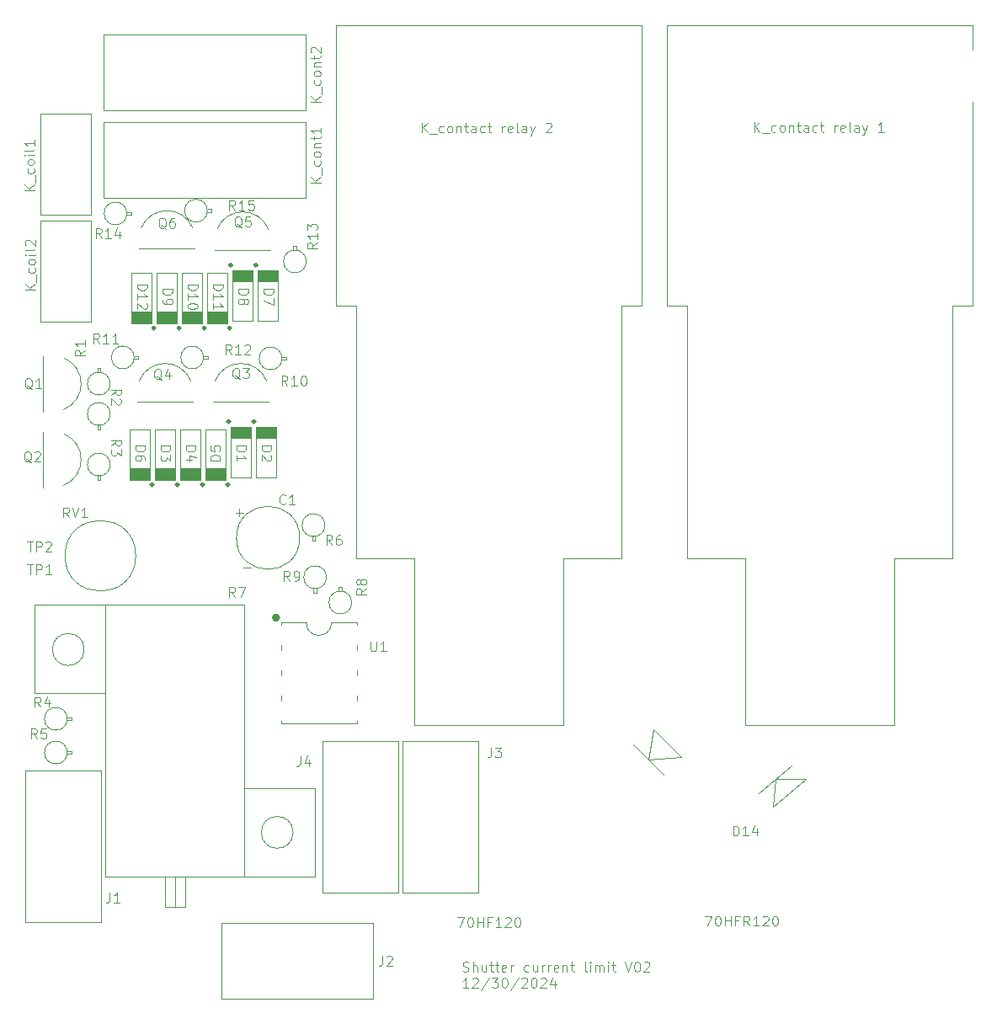
<source format=gbr>
%TF.GenerationSoftware,KiCad,Pcbnew,8.0.6*%
%TF.CreationDate,2025-01-03T13:59:32-07:00*%
%TF.ProjectId,Shutter current limit,53687574-7465-4722-9063-757272656e74,rev?*%
%TF.SameCoordinates,Original*%
%TF.FileFunction,Legend,Top*%
%TF.FilePolarity,Positive*%
%FSLAX46Y46*%
G04 Gerber Fmt 4.6, Leading zero omitted, Abs format (unit mm)*
G04 Created by KiCad (PCBNEW 8.0.6) date 2025-01-03 13:59:32*
%MOMM*%
%LPD*%
G01*
G04 APERTURE LIST*
%ADD10C,0.100000*%
%ADD11C,0.284176*%
%ADD12C,0.409210*%
G04 APERTURE END LIST*
D10*
X128618800Y-117701200D02*
X128618800Y-100937200D01*
X89502800Y-100937200D02*
X89502800Y-75537200D01*
X122776800Y-75537200D02*
X120744800Y-75537200D01*
X110330800Y-100937200D02*
X110330800Y-117701200D01*
X128618800Y-100937200D02*
X122776800Y-100937200D01*
X151478800Y-75537200D02*
X151478800Y-55064800D01*
X116172800Y-100937200D02*
X110330800Y-100937200D01*
X122776800Y-100937200D02*
X122776800Y-75537200D01*
X151478800Y-47343200D02*
X151478800Y-49832400D01*
X149446800Y-100937200D02*
X143604800Y-100937200D01*
X95344800Y-117701200D02*
X95344800Y-100937200D01*
X95344800Y-100937200D02*
X89502800Y-100937200D01*
X120744800Y-75537200D02*
X120744800Y-47343200D01*
X120744800Y-47343200D02*
X151478800Y-47343200D01*
X87470800Y-47343200D02*
X118204800Y-47343200D01*
X118204800Y-47343200D02*
X118204800Y-75537200D01*
X89502800Y-75537200D02*
X87470800Y-75537200D01*
X149446800Y-75537200D02*
X149446800Y-100937200D01*
X151478800Y-75537200D02*
X149446800Y-75537200D01*
X87470800Y-75537200D02*
X87470800Y-47343200D01*
X143604800Y-100937200D02*
X143604800Y-117701200D01*
X143604800Y-117701200D02*
X128618800Y-117701200D01*
X118204800Y-75537200D02*
X116172800Y-75537200D01*
X116172800Y-75537200D02*
X116172800Y-100937200D01*
X110330800Y-117701200D02*
X95344800Y-117701200D01*
X129488284Y-58089219D02*
X129488284Y-57089219D01*
X130059712Y-58089219D02*
X129631141Y-57517790D01*
X130059712Y-57089219D02*
X129488284Y-57660647D01*
X130250189Y-58184457D02*
X131012093Y-58184457D01*
X131678760Y-58041600D02*
X131583522Y-58089219D01*
X131583522Y-58089219D02*
X131393046Y-58089219D01*
X131393046Y-58089219D02*
X131297808Y-58041600D01*
X131297808Y-58041600D02*
X131250189Y-57993980D01*
X131250189Y-57993980D02*
X131202570Y-57898742D01*
X131202570Y-57898742D02*
X131202570Y-57613028D01*
X131202570Y-57613028D02*
X131250189Y-57517790D01*
X131250189Y-57517790D02*
X131297808Y-57470171D01*
X131297808Y-57470171D02*
X131393046Y-57422552D01*
X131393046Y-57422552D02*
X131583522Y-57422552D01*
X131583522Y-57422552D02*
X131678760Y-57470171D01*
X132250189Y-58089219D02*
X132154951Y-58041600D01*
X132154951Y-58041600D02*
X132107332Y-57993980D01*
X132107332Y-57993980D02*
X132059713Y-57898742D01*
X132059713Y-57898742D02*
X132059713Y-57613028D01*
X132059713Y-57613028D02*
X132107332Y-57517790D01*
X132107332Y-57517790D02*
X132154951Y-57470171D01*
X132154951Y-57470171D02*
X132250189Y-57422552D01*
X132250189Y-57422552D02*
X132393046Y-57422552D01*
X132393046Y-57422552D02*
X132488284Y-57470171D01*
X132488284Y-57470171D02*
X132535903Y-57517790D01*
X132535903Y-57517790D02*
X132583522Y-57613028D01*
X132583522Y-57613028D02*
X132583522Y-57898742D01*
X132583522Y-57898742D02*
X132535903Y-57993980D01*
X132535903Y-57993980D02*
X132488284Y-58041600D01*
X132488284Y-58041600D02*
X132393046Y-58089219D01*
X132393046Y-58089219D02*
X132250189Y-58089219D01*
X133012094Y-57422552D02*
X133012094Y-58089219D01*
X133012094Y-57517790D02*
X133059713Y-57470171D01*
X133059713Y-57470171D02*
X133154951Y-57422552D01*
X133154951Y-57422552D02*
X133297808Y-57422552D01*
X133297808Y-57422552D02*
X133393046Y-57470171D01*
X133393046Y-57470171D02*
X133440665Y-57565409D01*
X133440665Y-57565409D02*
X133440665Y-58089219D01*
X133773999Y-57422552D02*
X134154951Y-57422552D01*
X133916856Y-57089219D02*
X133916856Y-57946361D01*
X133916856Y-57946361D02*
X133964475Y-58041600D01*
X133964475Y-58041600D02*
X134059713Y-58089219D01*
X134059713Y-58089219D02*
X134154951Y-58089219D01*
X134916856Y-58089219D02*
X134916856Y-57565409D01*
X134916856Y-57565409D02*
X134869237Y-57470171D01*
X134869237Y-57470171D02*
X134773999Y-57422552D01*
X134773999Y-57422552D02*
X134583523Y-57422552D01*
X134583523Y-57422552D02*
X134488285Y-57470171D01*
X134916856Y-58041600D02*
X134821618Y-58089219D01*
X134821618Y-58089219D02*
X134583523Y-58089219D01*
X134583523Y-58089219D02*
X134488285Y-58041600D01*
X134488285Y-58041600D02*
X134440666Y-57946361D01*
X134440666Y-57946361D02*
X134440666Y-57851123D01*
X134440666Y-57851123D02*
X134488285Y-57755885D01*
X134488285Y-57755885D02*
X134583523Y-57708266D01*
X134583523Y-57708266D02*
X134821618Y-57708266D01*
X134821618Y-57708266D02*
X134916856Y-57660647D01*
X135821618Y-58041600D02*
X135726380Y-58089219D01*
X135726380Y-58089219D02*
X135535904Y-58089219D01*
X135535904Y-58089219D02*
X135440666Y-58041600D01*
X135440666Y-58041600D02*
X135393047Y-57993980D01*
X135393047Y-57993980D02*
X135345428Y-57898742D01*
X135345428Y-57898742D02*
X135345428Y-57613028D01*
X135345428Y-57613028D02*
X135393047Y-57517790D01*
X135393047Y-57517790D02*
X135440666Y-57470171D01*
X135440666Y-57470171D02*
X135535904Y-57422552D01*
X135535904Y-57422552D02*
X135726380Y-57422552D01*
X135726380Y-57422552D02*
X135821618Y-57470171D01*
X136107333Y-57422552D02*
X136488285Y-57422552D01*
X136250190Y-57089219D02*
X136250190Y-57946361D01*
X136250190Y-57946361D02*
X136297809Y-58041600D01*
X136297809Y-58041600D02*
X136393047Y-58089219D01*
X136393047Y-58089219D02*
X136488285Y-58089219D01*
X137583524Y-58089219D02*
X137583524Y-57422552D01*
X137583524Y-57613028D02*
X137631143Y-57517790D01*
X137631143Y-57517790D02*
X137678762Y-57470171D01*
X137678762Y-57470171D02*
X137774000Y-57422552D01*
X137774000Y-57422552D02*
X137869238Y-57422552D01*
X138583524Y-58041600D02*
X138488286Y-58089219D01*
X138488286Y-58089219D02*
X138297810Y-58089219D01*
X138297810Y-58089219D02*
X138202572Y-58041600D01*
X138202572Y-58041600D02*
X138154953Y-57946361D01*
X138154953Y-57946361D02*
X138154953Y-57565409D01*
X138154953Y-57565409D02*
X138202572Y-57470171D01*
X138202572Y-57470171D02*
X138297810Y-57422552D01*
X138297810Y-57422552D02*
X138488286Y-57422552D01*
X138488286Y-57422552D02*
X138583524Y-57470171D01*
X138583524Y-57470171D02*
X138631143Y-57565409D01*
X138631143Y-57565409D02*
X138631143Y-57660647D01*
X138631143Y-57660647D02*
X138154953Y-57755885D01*
X139202572Y-58089219D02*
X139107334Y-58041600D01*
X139107334Y-58041600D02*
X139059715Y-57946361D01*
X139059715Y-57946361D02*
X139059715Y-57089219D01*
X140012096Y-58089219D02*
X140012096Y-57565409D01*
X140012096Y-57565409D02*
X139964477Y-57470171D01*
X139964477Y-57470171D02*
X139869239Y-57422552D01*
X139869239Y-57422552D02*
X139678763Y-57422552D01*
X139678763Y-57422552D02*
X139583525Y-57470171D01*
X140012096Y-58041600D02*
X139916858Y-58089219D01*
X139916858Y-58089219D02*
X139678763Y-58089219D01*
X139678763Y-58089219D02*
X139583525Y-58041600D01*
X139583525Y-58041600D02*
X139535906Y-57946361D01*
X139535906Y-57946361D02*
X139535906Y-57851123D01*
X139535906Y-57851123D02*
X139583525Y-57755885D01*
X139583525Y-57755885D02*
X139678763Y-57708266D01*
X139678763Y-57708266D02*
X139916858Y-57708266D01*
X139916858Y-57708266D02*
X140012096Y-57660647D01*
X140393049Y-57422552D02*
X140631144Y-58089219D01*
X140869239Y-57422552D02*
X140631144Y-58089219D01*
X140631144Y-58089219D02*
X140535906Y-58327314D01*
X140535906Y-58327314D02*
X140488287Y-58374933D01*
X140488287Y-58374933D02*
X140393049Y-58422552D01*
X142535906Y-58089219D02*
X141964478Y-58089219D01*
X142250192Y-58089219D02*
X142250192Y-57089219D01*
X142250192Y-57089219D02*
X142154954Y-57232076D01*
X142154954Y-57232076D02*
X142059716Y-57327314D01*
X142059716Y-57327314D02*
X141964478Y-57374933D01*
X99649646Y-137048419D02*
X100316312Y-137048419D01*
X100316312Y-137048419D02*
X99887741Y-138048419D01*
X100887741Y-137048419D02*
X100982979Y-137048419D01*
X100982979Y-137048419D02*
X101078217Y-137096038D01*
X101078217Y-137096038D02*
X101125836Y-137143657D01*
X101125836Y-137143657D02*
X101173455Y-137238895D01*
X101173455Y-137238895D02*
X101221074Y-137429371D01*
X101221074Y-137429371D02*
X101221074Y-137667466D01*
X101221074Y-137667466D02*
X101173455Y-137857942D01*
X101173455Y-137857942D02*
X101125836Y-137953180D01*
X101125836Y-137953180D02*
X101078217Y-138000800D01*
X101078217Y-138000800D02*
X100982979Y-138048419D01*
X100982979Y-138048419D02*
X100887741Y-138048419D01*
X100887741Y-138048419D02*
X100792503Y-138000800D01*
X100792503Y-138000800D02*
X100744884Y-137953180D01*
X100744884Y-137953180D02*
X100697265Y-137857942D01*
X100697265Y-137857942D02*
X100649646Y-137667466D01*
X100649646Y-137667466D02*
X100649646Y-137429371D01*
X100649646Y-137429371D02*
X100697265Y-137238895D01*
X100697265Y-137238895D02*
X100744884Y-137143657D01*
X100744884Y-137143657D02*
X100792503Y-137096038D01*
X100792503Y-137096038D02*
X100887741Y-137048419D01*
X101649646Y-138048419D02*
X101649646Y-137048419D01*
X101649646Y-137524609D02*
X102221074Y-137524609D01*
X102221074Y-138048419D02*
X102221074Y-137048419D01*
X103030598Y-137524609D02*
X102697265Y-137524609D01*
X102697265Y-138048419D02*
X102697265Y-137048419D01*
X102697265Y-137048419D02*
X103173455Y-137048419D01*
X104078217Y-138048419D02*
X103506789Y-138048419D01*
X103792503Y-138048419D02*
X103792503Y-137048419D01*
X103792503Y-137048419D02*
X103697265Y-137191276D01*
X103697265Y-137191276D02*
X103602027Y-137286514D01*
X103602027Y-137286514D02*
X103506789Y-137334133D01*
X104459170Y-137143657D02*
X104506789Y-137096038D01*
X104506789Y-137096038D02*
X104602027Y-137048419D01*
X104602027Y-137048419D02*
X104840122Y-137048419D01*
X104840122Y-137048419D02*
X104935360Y-137096038D01*
X104935360Y-137096038D02*
X104982979Y-137143657D01*
X104982979Y-137143657D02*
X105030598Y-137238895D01*
X105030598Y-137238895D02*
X105030598Y-137334133D01*
X105030598Y-137334133D02*
X104982979Y-137476990D01*
X104982979Y-137476990D02*
X104411551Y-138048419D01*
X104411551Y-138048419D02*
X105030598Y-138048419D01*
X105649646Y-137048419D02*
X105744884Y-137048419D01*
X105744884Y-137048419D02*
X105840122Y-137096038D01*
X105840122Y-137096038D02*
X105887741Y-137143657D01*
X105887741Y-137143657D02*
X105935360Y-137238895D01*
X105935360Y-137238895D02*
X105982979Y-137429371D01*
X105982979Y-137429371D02*
X105982979Y-137667466D01*
X105982979Y-137667466D02*
X105935360Y-137857942D01*
X105935360Y-137857942D02*
X105887741Y-137953180D01*
X105887741Y-137953180D02*
X105840122Y-138000800D01*
X105840122Y-138000800D02*
X105744884Y-138048419D01*
X105744884Y-138048419D02*
X105649646Y-138048419D01*
X105649646Y-138048419D02*
X105554408Y-138000800D01*
X105554408Y-138000800D02*
X105506789Y-137953180D01*
X105506789Y-137953180D02*
X105459170Y-137857942D01*
X105459170Y-137857942D02*
X105411551Y-137667466D01*
X105411551Y-137667466D02*
X105411551Y-137429371D01*
X105411551Y-137429371D02*
X105459170Y-137238895D01*
X105459170Y-137238895D02*
X105506789Y-137143657D01*
X105506789Y-137143657D02*
X105554408Y-137096038D01*
X105554408Y-137096038D02*
X105649646Y-137048419D01*
X124541646Y-136921419D02*
X125208312Y-136921419D01*
X125208312Y-136921419D02*
X124779741Y-137921419D01*
X125779741Y-136921419D02*
X125874979Y-136921419D01*
X125874979Y-136921419D02*
X125970217Y-136969038D01*
X125970217Y-136969038D02*
X126017836Y-137016657D01*
X126017836Y-137016657D02*
X126065455Y-137111895D01*
X126065455Y-137111895D02*
X126113074Y-137302371D01*
X126113074Y-137302371D02*
X126113074Y-137540466D01*
X126113074Y-137540466D02*
X126065455Y-137730942D01*
X126065455Y-137730942D02*
X126017836Y-137826180D01*
X126017836Y-137826180D02*
X125970217Y-137873800D01*
X125970217Y-137873800D02*
X125874979Y-137921419D01*
X125874979Y-137921419D02*
X125779741Y-137921419D01*
X125779741Y-137921419D02*
X125684503Y-137873800D01*
X125684503Y-137873800D02*
X125636884Y-137826180D01*
X125636884Y-137826180D02*
X125589265Y-137730942D01*
X125589265Y-137730942D02*
X125541646Y-137540466D01*
X125541646Y-137540466D02*
X125541646Y-137302371D01*
X125541646Y-137302371D02*
X125589265Y-137111895D01*
X125589265Y-137111895D02*
X125636884Y-137016657D01*
X125636884Y-137016657D02*
X125684503Y-136969038D01*
X125684503Y-136969038D02*
X125779741Y-136921419D01*
X126541646Y-137921419D02*
X126541646Y-136921419D01*
X126541646Y-137397609D02*
X127113074Y-137397609D01*
X127113074Y-137921419D02*
X127113074Y-136921419D01*
X127922598Y-137397609D02*
X127589265Y-137397609D01*
X127589265Y-137921419D02*
X127589265Y-136921419D01*
X127589265Y-136921419D02*
X128065455Y-136921419D01*
X129017836Y-137921419D02*
X128684503Y-137445228D01*
X128446408Y-137921419D02*
X128446408Y-136921419D01*
X128446408Y-136921419D02*
X128827360Y-136921419D01*
X128827360Y-136921419D02*
X128922598Y-136969038D01*
X128922598Y-136969038D02*
X128970217Y-137016657D01*
X128970217Y-137016657D02*
X129017836Y-137111895D01*
X129017836Y-137111895D02*
X129017836Y-137254752D01*
X129017836Y-137254752D02*
X128970217Y-137349990D01*
X128970217Y-137349990D02*
X128922598Y-137397609D01*
X128922598Y-137397609D02*
X128827360Y-137445228D01*
X128827360Y-137445228D02*
X128446408Y-137445228D01*
X129970217Y-137921419D02*
X129398789Y-137921419D01*
X129684503Y-137921419D02*
X129684503Y-136921419D01*
X129684503Y-136921419D02*
X129589265Y-137064276D01*
X129589265Y-137064276D02*
X129494027Y-137159514D01*
X129494027Y-137159514D02*
X129398789Y-137207133D01*
X130351170Y-137016657D02*
X130398789Y-136969038D01*
X130398789Y-136969038D02*
X130494027Y-136921419D01*
X130494027Y-136921419D02*
X130732122Y-136921419D01*
X130732122Y-136921419D02*
X130827360Y-136969038D01*
X130827360Y-136969038D02*
X130874979Y-137016657D01*
X130874979Y-137016657D02*
X130922598Y-137111895D01*
X130922598Y-137111895D02*
X130922598Y-137207133D01*
X130922598Y-137207133D02*
X130874979Y-137349990D01*
X130874979Y-137349990D02*
X130303551Y-137921419D01*
X130303551Y-137921419D02*
X130922598Y-137921419D01*
X131541646Y-136921419D02*
X131636884Y-136921419D01*
X131636884Y-136921419D02*
X131732122Y-136969038D01*
X131732122Y-136969038D02*
X131779741Y-137016657D01*
X131779741Y-137016657D02*
X131827360Y-137111895D01*
X131827360Y-137111895D02*
X131874979Y-137302371D01*
X131874979Y-137302371D02*
X131874979Y-137540466D01*
X131874979Y-137540466D02*
X131827360Y-137730942D01*
X131827360Y-137730942D02*
X131779741Y-137826180D01*
X131779741Y-137826180D02*
X131732122Y-137873800D01*
X131732122Y-137873800D02*
X131636884Y-137921419D01*
X131636884Y-137921419D02*
X131541646Y-137921419D01*
X131541646Y-137921419D02*
X131446408Y-137873800D01*
X131446408Y-137873800D02*
X131398789Y-137826180D01*
X131398789Y-137826180D02*
X131351170Y-137730942D01*
X131351170Y-137730942D02*
X131303551Y-137540466D01*
X131303551Y-137540466D02*
X131303551Y-137302371D01*
X131303551Y-137302371D02*
X131351170Y-137111895D01*
X131351170Y-137111895D02*
X131398789Y-137016657D01*
X131398789Y-137016657D02*
X131446408Y-136969038D01*
X131446408Y-136969038D02*
X131541646Y-136921419D01*
X96061884Y-58165419D02*
X96061884Y-57165419D01*
X96633312Y-58165419D02*
X96204741Y-57593990D01*
X96633312Y-57165419D02*
X96061884Y-57736847D01*
X96823789Y-58260657D02*
X97585693Y-58260657D01*
X98252360Y-58117800D02*
X98157122Y-58165419D01*
X98157122Y-58165419D02*
X97966646Y-58165419D01*
X97966646Y-58165419D02*
X97871408Y-58117800D01*
X97871408Y-58117800D02*
X97823789Y-58070180D01*
X97823789Y-58070180D02*
X97776170Y-57974942D01*
X97776170Y-57974942D02*
X97776170Y-57689228D01*
X97776170Y-57689228D02*
X97823789Y-57593990D01*
X97823789Y-57593990D02*
X97871408Y-57546371D01*
X97871408Y-57546371D02*
X97966646Y-57498752D01*
X97966646Y-57498752D02*
X98157122Y-57498752D01*
X98157122Y-57498752D02*
X98252360Y-57546371D01*
X98823789Y-58165419D02*
X98728551Y-58117800D01*
X98728551Y-58117800D02*
X98680932Y-58070180D01*
X98680932Y-58070180D02*
X98633313Y-57974942D01*
X98633313Y-57974942D02*
X98633313Y-57689228D01*
X98633313Y-57689228D02*
X98680932Y-57593990D01*
X98680932Y-57593990D02*
X98728551Y-57546371D01*
X98728551Y-57546371D02*
X98823789Y-57498752D01*
X98823789Y-57498752D02*
X98966646Y-57498752D01*
X98966646Y-57498752D02*
X99061884Y-57546371D01*
X99061884Y-57546371D02*
X99109503Y-57593990D01*
X99109503Y-57593990D02*
X99157122Y-57689228D01*
X99157122Y-57689228D02*
X99157122Y-57974942D01*
X99157122Y-57974942D02*
X99109503Y-58070180D01*
X99109503Y-58070180D02*
X99061884Y-58117800D01*
X99061884Y-58117800D02*
X98966646Y-58165419D01*
X98966646Y-58165419D02*
X98823789Y-58165419D01*
X99585694Y-57498752D02*
X99585694Y-58165419D01*
X99585694Y-57593990D02*
X99633313Y-57546371D01*
X99633313Y-57546371D02*
X99728551Y-57498752D01*
X99728551Y-57498752D02*
X99871408Y-57498752D01*
X99871408Y-57498752D02*
X99966646Y-57546371D01*
X99966646Y-57546371D02*
X100014265Y-57641609D01*
X100014265Y-57641609D02*
X100014265Y-58165419D01*
X100347599Y-57498752D02*
X100728551Y-57498752D01*
X100490456Y-57165419D02*
X100490456Y-58022561D01*
X100490456Y-58022561D02*
X100538075Y-58117800D01*
X100538075Y-58117800D02*
X100633313Y-58165419D01*
X100633313Y-58165419D02*
X100728551Y-58165419D01*
X101490456Y-58165419D02*
X101490456Y-57641609D01*
X101490456Y-57641609D02*
X101442837Y-57546371D01*
X101442837Y-57546371D02*
X101347599Y-57498752D01*
X101347599Y-57498752D02*
X101157123Y-57498752D01*
X101157123Y-57498752D02*
X101061885Y-57546371D01*
X101490456Y-58117800D02*
X101395218Y-58165419D01*
X101395218Y-58165419D02*
X101157123Y-58165419D01*
X101157123Y-58165419D02*
X101061885Y-58117800D01*
X101061885Y-58117800D02*
X101014266Y-58022561D01*
X101014266Y-58022561D02*
X101014266Y-57927323D01*
X101014266Y-57927323D02*
X101061885Y-57832085D01*
X101061885Y-57832085D02*
X101157123Y-57784466D01*
X101157123Y-57784466D02*
X101395218Y-57784466D01*
X101395218Y-57784466D02*
X101490456Y-57736847D01*
X102395218Y-58117800D02*
X102299980Y-58165419D01*
X102299980Y-58165419D02*
X102109504Y-58165419D01*
X102109504Y-58165419D02*
X102014266Y-58117800D01*
X102014266Y-58117800D02*
X101966647Y-58070180D01*
X101966647Y-58070180D02*
X101919028Y-57974942D01*
X101919028Y-57974942D02*
X101919028Y-57689228D01*
X101919028Y-57689228D02*
X101966647Y-57593990D01*
X101966647Y-57593990D02*
X102014266Y-57546371D01*
X102014266Y-57546371D02*
X102109504Y-57498752D01*
X102109504Y-57498752D02*
X102299980Y-57498752D01*
X102299980Y-57498752D02*
X102395218Y-57546371D01*
X102680933Y-57498752D02*
X103061885Y-57498752D01*
X102823790Y-57165419D02*
X102823790Y-58022561D01*
X102823790Y-58022561D02*
X102871409Y-58117800D01*
X102871409Y-58117800D02*
X102966647Y-58165419D01*
X102966647Y-58165419D02*
X103061885Y-58165419D01*
X104157124Y-58165419D02*
X104157124Y-57498752D01*
X104157124Y-57689228D02*
X104204743Y-57593990D01*
X104204743Y-57593990D02*
X104252362Y-57546371D01*
X104252362Y-57546371D02*
X104347600Y-57498752D01*
X104347600Y-57498752D02*
X104442838Y-57498752D01*
X105157124Y-58117800D02*
X105061886Y-58165419D01*
X105061886Y-58165419D02*
X104871410Y-58165419D01*
X104871410Y-58165419D02*
X104776172Y-58117800D01*
X104776172Y-58117800D02*
X104728553Y-58022561D01*
X104728553Y-58022561D02*
X104728553Y-57641609D01*
X104728553Y-57641609D02*
X104776172Y-57546371D01*
X104776172Y-57546371D02*
X104871410Y-57498752D01*
X104871410Y-57498752D02*
X105061886Y-57498752D01*
X105061886Y-57498752D02*
X105157124Y-57546371D01*
X105157124Y-57546371D02*
X105204743Y-57641609D01*
X105204743Y-57641609D02*
X105204743Y-57736847D01*
X105204743Y-57736847D02*
X104728553Y-57832085D01*
X105776172Y-58165419D02*
X105680934Y-58117800D01*
X105680934Y-58117800D02*
X105633315Y-58022561D01*
X105633315Y-58022561D02*
X105633315Y-57165419D01*
X106585696Y-58165419D02*
X106585696Y-57641609D01*
X106585696Y-57641609D02*
X106538077Y-57546371D01*
X106538077Y-57546371D02*
X106442839Y-57498752D01*
X106442839Y-57498752D02*
X106252363Y-57498752D01*
X106252363Y-57498752D02*
X106157125Y-57546371D01*
X106585696Y-58117800D02*
X106490458Y-58165419D01*
X106490458Y-58165419D02*
X106252363Y-58165419D01*
X106252363Y-58165419D02*
X106157125Y-58117800D01*
X106157125Y-58117800D02*
X106109506Y-58022561D01*
X106109506Y-58022561D02*
X106109506Y-57927323D01*
X106109506Y-57927323D02*
X106157125Y-57832085D01*
X106157125Y-57832085D02*
X106252363Y-57784466D01*
X106252363Y-57784466D02*
X106490458Y-57784466D01*
X106490458Y-57784466D02*
X106585696Y-57736847D01*
X106966649Y-57498752D02*
X107204744Y-58165419D01*
X107442839Y-57498752D02*
X107204744Y-58165419D01*
X107204744Y-58165419D02*
X107109506Y-58403514D01*
X107109506Y-58403514D02*
X107061887Y-58451133D01*
X107061887Y-58451133D02*
X106966649Y-58498752D01*
X108538078Y-57260657D02*
X108585697Y-57213038D01*
X108585697Y-57213038D02*
X108680935Y-57165419D01*
X108680935Y-57165419D02*
X108919030Y-57165419D01*
X108919030Y-57165419D02*
X109014268Y-57213038D01*
X109014268Y-57213038D02*
X109061887Y-57260657D01*
X109061887Y-57260657D02*
X109109506Y-57355895D01*
X109109506Y-57355895D02*
X109109506Y-57451133D01*
X109109506Y-57451133D02*
X109061887Y-57593990D01*
X109061887Y-57593990D02*
X108490459Y-58165419D01*
X108490459Y-58165419D02*
X109109506Y-58165419D01*
X100205265Y-142486856D02*
X100348122Y-142534475D01*
X100348122Y-142534475D02*
X100586217Y-142534475D01*
X100586217Y-142534475D02*
X100681455Y-142486856D01*
X100681455Y-142486856D02*
X100729074Y-142439236D01*
X100729074Y-142439236D02*
X100776693Y-142343998D01*
X100776693Y-142343998D02*
X100776693Y-142248760D01*
X100776693Y-142248760D02*
X100729074Y-142153522D01*
X100729074Y-142153522D02*
X100681455Y-142105903D01*
X100681455Y-142105903D02*
X100586217Y-142058284D01*
X100586217Y-142058284D02*
X100395741Y-142010665D01*
X100395741Y-142010665D02*
X100300503Y-141963046D01*
X100300503Y-141963046D02*
X100252884Y-141915427D01*
X100252884Y-141915427D02*
X100205265Y-141820189D01*
X100205265Y-141820189D02*
X100205265Y-141724951D01*
X100205265Y-141724951D02*
X100252884Y-141629713D01*
X100252884Y-141629713D02*
X100300503Y-141582094D01*
X100300503Y-141582094D02*
X100395741Y-141534475D01*
X100395741Y-141534475D02*
X100633836Y-141534475D01*
X100633836Y-141534475D02*
X100776693Y-141582094D01*
X101205265Y-142534475D02*
X101205265Y-141534475D01*
X101633836Y-142534475D02*
X101633836Y-142010665D01*
X101633836Y-142010665D02*
X101586217Y-141915427D01*
X101586217Y-141915427D02*
X101490979Y-141867808D01*
X101490979Y-141867808D02*
X101348122Y-141867808D01*
X101348122Y-141867808D02*
X101252884Y-141915427D01*
X101252884Y-141915427D02*
X101205265Y-141963046D01*
X102538598Y-141867808D02*
X102538598Y-142534475D01*
X102110027Y-141867808D02*
X102110027Y-142391617D01*
X102110027Y-142391617D02*
X102157646Y-142486856D01*
X102157646Y-142486856D02*
X102252884Y-142534475D01*
X102252884Y-142534475D02*
X102395741Y-142534475D01*
X102395741Y-142534475D02*
X102490979Y-142486856D01*
X102490979Y-142486856D02*
X102538598Y-142439236D01*
X102871932Y-141867808D02*
X103252884Y-141867808D01*
X103014789Y-141534475D02*
X103014789Y-142391617D01*
X103014789Y-142391617D02*
X103062408Y-142486856D01*
X103062408Y-142486856D02*
X103157646Y-142534475D01*
X103157646Y-142534475D02*
X103252884Y-142534475D01*
X103443361Y-141867808D02*
X103824313Y-141867808D01*
X103586218Y-141534475D02*
X103586218Y-142391617D01*
X103586218Y-142391617D02*
X103633837Y-142486856D01*
X103633837Y-142486856D02*
X103729075Y-142534475D01*
X103729075Y-142534475D02*
X103824313Y-142534475D01*
X104538599Y-142486856D02*
X104443361Y-142534475D01*
X104443361Y-142534475D02*
X104252885Y-142534475D01*
X104252885Y-142534475D02*
X104157647Y-142486856D01*
X104157647Y-142486856D02*
X104110028Y-142391617D01*
X104110028Y-142391617D02*
X104110028Y-142010665D01*
X104110028Y-142010665D02*
X104157647Y-141915427D01*
X104157647Y-141915427D02*
X104252885Y-141867808D01*
X104252885Y-141867808D02*
X104443361Y-141867808D01*
X104443361Y-141867808D02*
X104538599Y-141915427D01*
X104538599Y-141915427D02*
X104586218Y-142010665D01*
X104586218Y-142010665D02*
X104586218Y-142105903D01*
X104586218Y-142105903D02*
X104110028Y-142201141D01*
X105014790Y-142534475D02*
X105014790Y-141867808D01*
X105014790Y-142058284D02*
X105062409Y-141963046D01*
X105062409Y-141963046D02*
X105110028Y-141915427D01*
X105110028Y-141915427D02*
X105205266Y-141867808D01*
X105205266Y-141867808D02*
X105300504Y-141867808D01*
X106824314Y-142486856D02*
X106729076Y-142534475D01*
X106729076Y-142534475D02*
X106538600Y-142534475D01*
X106538600Y-142534475D02*
X106443362Y-142486856D01*
X106443362Y-142486856D02*
X106395743Y-142439236D01*
X106395743Y-142439236D02*
X106348124Y-142343998D01*
X106348124Y-142343998D02*
X106348124Y-142058284D01*
X106348124Y-142058284D02*
X106395743Y-141963046D01*
X106395743Y-141963046D02*
X106443362Y-141915427D01*
X106443362Y-141915427D02*
X106538600Y-141867808D01*
X106538600Y-141867808D02*
X106729076Y-141867808D01*
X106729076Y-141867808D02*
X106824314Y-141915427D01*
X107681457Y-141867808D02*
X107681457Y-142534475D01*
X107252886Y-141867808D02*
X107252886Y-142391617D01*
X107252886Y-142391617D02*
X107300505Y-142486856D01*
X107300505Y-142486856D02*
X107395743Y-142534475D01*
X107395743Y-142534475D02*
X107538600Y-142534475D01*
X107538600Y-142534475D02*
X107633838Y-142486856D01*
X107633838Y-142486856D02*
X107681457Y-142439236D01*
X108157648Y-142534475D02*
X108157648Y-141867808D01*
X108157648Y-142058284D02*
X108205267Y-141963046D01*
X108205267Y-141963046D02*
X108252886Y-141915427D01*
X108252886Y-141915427D02*
X108348124Y-141867808D01*
X108348124Y-141867808D02*
X108443362Y-141867808D01*
X108776696Y-142534475D02*
X108776696Y-141867808D01*
X108776696Y-142058284D02*
X108824315Y-141963046D01*
X108824315Y-141963046D02*
X108871934Y-141915427D01*
X108871934Y-141915427D02*
X108967172Y-141867808D01*
X108967172Y-141867808D02*
X109062410Y-141867808D01*
X109776696Y-142486856D02*
X109681458Y-142534475D01*
X109681458Y-142534475D02*
X109490982Y-142534475D01*
X109490982Y-142534475D02*
X109395744Y-142486856D01*
X109395744Y-142486856D02*
X109348125Y-142391617D01*
X109348125Y-142391617D02*
X109348125Y-142010665D01*
X109348125Y-142010665D02*
X109395744Y-141915427D01*
X109395744Y-141915427D02*
X109490982Y-141867808D01*
X109490982Y-141867808D02*
X109681458Y-141867808D01*
X109681458Y-141867808D02*
X109776696Y-141915427D01*
X109776696Y-141915427D02*
X109824315Y-142010665D01*
X109824315Y-142010665D02*
X109824315Y-142105903D01*
X109824315Y-142105903D02*
X109348125Y-142201141D01*
X110252887Y-141867808D02*
X110252887Y-142534475D01*
X110252887Y-141963046D02*
X110300506Y-141915427D01*
X110300506Y-141915427D02*
X110395744Y-141867808D01*
X110395744Y-141867808D02*
X110538601Y-141867808D01*
X110538601Y-141867808D02*
X110633839Y-141915427D01*
X110633839Y-141915427D02*
X110681458Y-142010665D01*
X110681458Y-142010665D02*
X110681458Y-142534475D01*
X111014792Y-141867808D02*
X111395744Y-141867808D01*
X111157649Y-141534475D02*
X111157649Y-142391617D01*
X111157649Y-142391617D02*
X111205268Y-142486856D01*
X111205268Y-142486856D02*
X111300506Y-142534475D01*
X111300506Y-142534475D02*
X111395744Y-142534475D01*
X112633840Y-142534475D02*
X112538602Y-142486856D01*
X112538602Y-142486856D02*
X112490983Y-142391617D01*
X112490983Y-142391617D02*
X112490983Y-141534475D01*
X113014793Y-142534475D02*
X113014793Y-141867808D01*
X113014793Y-141534475D02*
X112967174Y-141582094D01*
X112967174Y-141582094D02*
X113014793Y-141629713D01*
X113014793Y-141629713D02*
X113062412Y-141582094D01*
X113062412Y-141582094D02*
X113014793Y-141534475D01*
X113014793Y-141534475D02*
X113014793Y-141629713D01*
X113490983Y-142534475D02*
X113490983Y-141867808D01*
X113490983Y-141963046D02*
X113538602Y-141915427D01*
X113538602Y-141915427D02*
X113633840Y-141867808D01*
X113633840Y-141867808D02*
X113776697Y-141867808D01*
X113776697Y-141867808D02*
X113871935Y-141915427D01*
X113871935Y-141915427D02*
X113919554Y-142010665D01*
X113919554Y-142010665D02*
X113919554Y-142534475D01*
X113919554Y-142010665D02*
X113967173Y-141915427D01*
X113967173Y-141915427D02*
X114062411Y-141867808D01*
X114062411Y-141867808D02*
X114205268Y-141867808D01*
X114205268Y-141867808D02*
X114300507Y-141915427D01*
X114300507Y-141915427D02*
X114348126Y-142010665D01*
X114348126Y-142010665D02*
X114348126Y-142534475D01*
X114824316Y-142534475D02*
X114824316Y-141867808D01*
X114824316Y-141534475D02*
X114776697Y-141582094D01*
X114776697Y-141582094D02*
X114824316Y-141629713D01*
X114824316Y-141629713D02*
X114871935Y-141582094D01*
X114871935Y-141582094D02*
X114824316Y-141534475D01*
X114824316Y-141534475D02*
X114824316Y-141629713D01*
X115157649Y-141867808D02*
X115538601Y-141867808D01*
X115300506Y-141534475D02*
X115300506Y-142391617D01*
X115300506Y-142391617D02*
X115348125Y-142486856D01*
X115348125Y-142486856D02*
X115443363Y-142534475D01*
X115443363Y-142534475D02*
X115538601Y-142534475D01*
X116490983Y-141534475D02*
X116824316Y-142534475D01*
X116824316Y-142534475D02*
X117157649Y-141534475D01*
X117681459Y-141534475D02*
X117776697Y-141534475D01*
X117776697Y-141534475D02*
X117871935Y-141582094D01*
X117871935Y-141582094D02*
X117919554Y-141629713D01*
X117919554Y-141629713D02*
X117967173Y-141724951D01*
X117967173Y-141724951D02*
X118014792Y-141915427D01*
X118014792Y-141915427D02*
X118014792Y-142153522D01*
X118014792Y-142153522D02*
X117967173Y-142343998D01*
X117967173Y-142343998D02*
X117919554Y-142439236D01*
X117919554Y-142439236D02*
X117871935Y-142486856D01*
X117871935Y-142486856D02*
X117776697Y-142534475D01*
X117776697Y-142534475D02*
X117681459Y-142534475D01*
X117681459Y-142534475D02*
X117586221Y-142486856D01*
X117586221Y-142486856D02*
X117538602Y-142439236D01*
X117538602Y-142439236D02*
X117490983Y-142343998D01*
X117490983Y-142343998D02*
X117443364Y-142153522D01*
X117443364Y-142153522D02*
X117443364Y-141915427D01*
X117443364Y-141915427D02*
X117490983Y-141724951D01*
X117490983Y-141724951D02*
X117538602Y-141629713D01*
X117538602Y-141629713D02*
X117586221Y-141582094D01*
X117586221Y-141582094D02*
X117681459Y-141534475D01*
X118395745Y-141629713D02*
X118443364Y-141582094D01*
X118443364Y-141582094D02*
X118538602Y-141534475D01*
X118538602Y-141534475D02*
X118776697Y-141534475D01*
X118776697Y-141534475D02*
X118871935Y-141582094D01*
X118871935Y-141582094D02*
X118919554Y-141629713D01*
X118919554Y-141629713D02*
X118967173Y-141724951D01*
X118967173Y-141724951D02*
X118967173Y-141820189D01*
X118967173Y-141820189D02*
X118919554Y-141963046D01*
X118919554Y-141963046D02*
X118348126Y-142534475D01*
X118348126Y-142534475D02*
X118967173Y-142534475D01*
X100776693Y-144144419D02*
X100205265Y-144144419D01*
X100490979Y-144144419D02*
X100490979Y-143144419D01*
X100490979Y-143144419D02*
X100395741Y-143287276D01*
X100395741Y-143287276D02*
X100300503Y-143382514D01*
X100300503Y-143382514D02*
X100205265Y-143430133D01*
X101157646Y-143239657D02*
X101205265Y-143192038D01*
X101205265Y-143192038D02*
X101300503Y-143144419D01*
X101300503Y-143144419D02*
X101538598Y-143144419D01*
X101538598Y-143144419D02*
X101633836Y-143192038D01*
X101633836Y-143192038D02*
X101681455Y-143239657D01*
X101681455Y-143239657D02*
X101729074Y-143334895D01*
X101729074Y-143334895D02*
X101729074Y-143430133D01*
X101729074Y-143430133D02*
X101681455Y-143572990D01*
X101681455Y-143572990D02*
X101110027Y-144144419D01*
X101110027Y-144144419D02*
X101729074Y-144144419D01*
X102871931Y-143096800D02*
X102014789Y-144382514D01*
X103110027Y-143144419D02*
X103729074Y-143144419D01*
X103729074Y-143144419D02*
X103395741Y-143525371D01*
X103395741Y-143525371D02*
X103538598Y-143525371D01*
X103538598Y-143525371D02*
X103633836Y-143572990D01*
X103633836Y-143572990D02*
X103681455Y-143620609D01*
X103681455Y-143620609D02*
X103729074Y-143715847D01*
X103729074Y-143715847D02*
X103729074Y-143953942D01*
X103729074Y-143953942D02*
X103681455Y-144049180D01*
X103681455Y-144049180D02*
X103633836Y-144096800D01*
X103633836Y-144096800D02*
X103538598Y-144144419D01*
X103538598Y-144144419D02*
X103252884Y-144144419D01*
X103252884Y-144144419D02*
X103157646Y-144096800D01*
X103157646Y-144096800D02*
X103110027Y-144049180D01*
X104348122Y-143144419D02*
X104443360Y-143144419D01*
X104443360Y-143144419D02*
X104538598Y-143192038D01*
X104538598Y-143192038D02*
X104586217Y-143239657D01*
X104586217Y-143239657D02*
X104633836Y-143334895D01*
X104633836Y-143334895D02*
X104681455Y-143525371D01*
X104681455Y-143525371D02*
X104681455Y-143763466D01*
X104681455Y-143763466D02*
X104633836Y-143953942D01*
X104633836Y-143953942D02*
X104586217Y-144049180D01*
X104586217Y-144049180D02*
X104538598Y-144096800D01*
X104538598Y-144096800D02*
X104443360Y-144144419D01*
X104443360Y-144144419D02*
X104348122Y-144144419D01*
X104348122Y-144144419D02*
X104252884Y-144096800D01*
X104252884Y-144096800D02*
X104205265Y-144049180D01*
X104205265Y-144049180D02*
X104157646Y-143953942D01*
X104157646Y-143953942D02*
X104110027Y-143763466D01*
X104110027Y-143763466D02*
X104110027Y-143525371D01*
X104110027Y-143525371D02*
X104157646Y-143334895D01*
X104157646Y-143334895D02*
X104205265Y-143239657D01*
X104205265Y-143239657D02*
X104252884Y-143192038D01*
X104252884Y-143192038D02*
X104348122Y-143144419D01*
X105824312Y-143096800D02*
X104967170Y-144382514D01*
X106110027Y-143239657D02*
X106157646Y-143192038D01*
X106157646Y-143192038D02*
X106252884Y-143144419D01*
X106252884Y-143144419D02*
X106490979Y-143144419D01*
X106490979Y-143144419D02*
X106586217Y-143192038D01*
X106586217Y-143192038D02*
X106633836Y-143239657D01*
X106633836Y-143239657D02*
X106681455Y-143334895D01*
X106681455Y-143334895D02*
X106681455Y-143430133D01*
X106681455Y-143430133D02*
X106633836Y-143572990D01*
X106633836Y-143572990D02*
X106062408Y-144144419D01*
X106062408Y-144144419D02*
X106681455Y-144144419D01*
X107300503Y-143144419D02*
X107395741Y-143144419D01*
X107395741Y-143144419D02*
X107490979Y-143192038D01*
X107490979Y-143192038D02*
X107538598Y-143239657D01*
X107538598Y-143239657D02*
X107586217Y-143334895D01*
X107586217Y-143334895D02*
X107633836Y-143525371D01*
X107633836Y-143525371D02*
X107633836Y-143763466D01*
X107633836Y-143763466D02*
X107586217Y-143953942D01*
X107586217Y-143953942D02*
X107538598Y-144049180D01*
X107538598Y-144049180D02*
X107490979Y-144096800D01*
X107490979Y-144096800D02*
X107395741Y-144144419D01*
X107395741Y-144144419D02*
X107300503Y-144144419D01*
X107300503Y-144144419D02*
X107205265Y-144096800D01*
X107205265Y-144096800D02*
X107157646Y-144049180D01*
X107157646Y-144049180D02*
X107110027Y-143953942D01*
X107110027Y-143953942D02*
X107062408Y-143763466D01*
X107062408Y-143763466D02*
X107062408Y-143525371D01*
X107062408Y-143525371D02*
X107110027Y-143334895D01*
X107110027Y-143334895D02*
X107157646Y-143239657D01*
X107157646Y-143239657D02*
X107205265Y-143192038D01*
X107205265Y-143192038D02*
X107300503Y-143144419D01*
X108014789Y-143239657D02*
X108062408Y-143192038D01*
X108062408Y-143192038D02*
X108157646Y-143144419D01*
X108157646Y-143144419D02*
X108395741Y-143144419D01*
X108395741Y-143144419D02*
X108490979Y-143192038D01*
X108490979Y-143192038D02*
X108538598Y-143239657D01*
X108538598Y-143239657D02*
X108586217Y-143334895D01*
X108586217Y-143334895D02*
X108586217Y-143430133D01*
X108586217Y-143430133D02*
X108538598Y-143572990D01*
X108538598Y-143572990D02*
X107967170Y-144144419D01*
X107967170Y-144144419D02*
X108586217Y-144144419D01*
X109443360Y-143477752D02*
X109443360Y-144144419D01*
X109205265Y-143096800D02*
X108967170Y-143811085D01*
X108967170Y-143811085D02*
X109586217Y-143811085D01*
X77418980Y-89658105D02*
X78418980Y-89658105D01*
X78418980Y-89658105D02*
X78418980Y-89896200D01*
X78418980Y-89896200D02*
X78371361Y-90039057D01*
X78371361Y-90039057D02*
X78276123Y-90134295D01*
X78276123Y-90134295D02*
X78180885Y-90181914D01*
X78180885Y-90181914D02*
X77990409Y-90229533D01*
X77990409Y-90229533D02*
X77847552Y-90229533D01*
X77847552Y-90229533D02*
X77657076Y-90181914D01*
X77657076Y-90181914D02*
X77561838Y-90134295D01*
X77561838Y-90134295D02*
X77466600Y-90039057D01*
X77466600Y-90039057D02*
X77418980Y-89896200D01*
X77418980Y-89896200D02*
X77418980Y-89658105D01*
X77418980Y-91181914D02*
X77418980Y-90610486D01*
X77418980Y-90896200D02*
X78418980Y-90896200D01*
X78418980Y-90896200D02*
X78276123Y-90800962D01*
X78276123Y-90800962D02*
X78180885Y-90705724D01*
X78180885Y-90705724D02*
X78133266Y-90610486D01*
X87050133Y-99616619D02*
X86716800Y-99140428D01*
X86478705Y-99616619D02*
X86478705Y-98616619D01*
X86478705Y-98616619D02*
X86859657Y-98616619D01*
X86859657Y-98616619D02*
X86954895Y-98664238D01*
X86954895Y-98664238D02*
X87002514Y-98711857D01*
X87002514Y-98711857D02*
X87050133Y-98807095D01*
X87050133Y-98807095D02*
X87050133Y-98949952D01*
X87050133Y-98949952D02*
X87002514Y-99045190D01*
X87002514Y-99045190D02*
X86954895Y-99092809D01*
X86954895Y-99092809D02*
X86859657Y-99140428D01*
X86859657Y-99140428D02*
X86478705Y-99140428D01*
X87907276Y-98616619D02*
X87716800Y-98616619D01*
X87716800Y-98616619D02*
X87621562Y-98664238D01*
X87621562Y-98664238D02*
X87573943Y-98711857D01*
X87573943Y-98711857D02*
X87478705Y-98854714D01*
X87478705Y-98854714D02*
X87431086Y-99045190D01*
X87431086Y-99045190D02*
X87431086Y-99426142D01*
X87431086Y-99426142D02*
X87478705Y-99521380D01*
X87478705Y-99521380D02*
X87526324Y-99569000D01*
X87526324Y-99569000D02*
X87621562Y-99616619D01*
X87621562Y-99616619D02*
X87812038Y-99616619D01*
X87812038Y-99616619D02*
X87907276Y-99569000D01*
X87907276Y-99569000D02*
X87954895Y-99521380D01*
X87954895Y-99521380D02*
X88002514Y-99426142D01*
X88002514Y-99426142D02*
X88002514Y-99188047D01*
X88002514Y-99188047D02*
X87954895Y-99092809D01*
X87954895Y-99092809D02*
X87907276Y-99045190D01*
X87907276Y-99045190D02*
X87812038Y-98997571D01*
X87812038Y-98997571D02*
X87621562Y-98997571D01*
X87621562Y-98997571D02*
X87526324Y-99045190D01*
X87526324Y-99045190D02*
X87478705Y-99092809D01*
X87478705Y-99092809D02*
X87431086Y-99188047D01*
X77781161Y-82947857D02*
X77685923Y-82900238D01*
X77685923Y-82900238D02*
X77590685Y-82805000D01*
X77590685Y-82805000D02*
X77447828Y-82662142D01*
X77447828Y-82662142D02*
X77352590Y-82614523D01*
X77352590Y-82614523D02*
X77257352Y-82614523D01*
X77304971Y-82852619D02*
X77209733Y-82805000D01*
X77209733Y-82805000D02*
X77114495Y-82709761D01*
X77114495Y-82709761D02*
X77066876Y-82519285D01*
X77066876Y-82519285D02*
X77066876Y-82185952D01*
X77066876Y-82185952D02*
X77114495Y-81995476D01*
X77114495Y-81995476D02*
X77209733Y-81900238D01*
X77209733Y-81900238D02*
X77304971Y-81852619D01*
X77304971Y-81852619D02*
X77495447Y-81852619D01*
X77495447Y-81852619D02*
X77590685Y-81900238D01*
X77590685Y-81900238D02*
X77685923Y-81995476D01*
X77685923Y-81995476D02*
X77733542Y-82185952D01*
X77733542Y-82185952D02*
X77733542Y-82519285D01*
X77733542Y-82519285D02*
X77685923Y-82709761D01*
X77685923Y-82709761D02*
X77590685Y-82805000D01*
X77590685Y-82805000D02*
X77495447Y-82852619D01*
X77495447Y-82852619D02*
X77304971Y-82852619D01*
X78066876Y-81852619D02*
X78685923Y-81852619D01*
X78685923Y-81852619D02*
X78352590Y-82233571D01*
X78352590Y-82233571D02*
X78495447Y-82233571D01*
X78495447Y-82233571D02*
X78590685Y-82281190D01*
X78590685Y-82281190D02*
X78638304Y-82328809D01*
X78638304Y-82328809D02*
X78685923Y-82424047D01*
X78685923Y-82424047D02*
X78685923Y-82662142D01*
X78685923Y-82662142D02*
X78638304Y-82757380D01*
X78638304Y-82757380D02*
X78590685Y-82805000D01*
X78590685Y-82805000D02*
X78495447Y-82852619D01*
X78495447Y-82852619D02*
X78209733Y-82852619D01*
X78209733Y-82852619D02*
X78114495Y-82805000D01*
X78114495Y-82805000D02*
X78066876Y-82757380D01*
X90932095Y-109312419D02*
X90932095Y-110121942D01*
X90932095Y-110121942D02*
X90979714Y-110217180D01*
X90979714Y-110217180D02*
X91027333Y-110264800D01*
X91027333Y-110264800D02*
X91122571Y-110312419D01*
X91122571Y-110312419D02*
X91313047Y-110312419D01*
X91313047Y-110312419D02*
X91408285Y-110264800D01*
X91408285Y-110264800D02*
X91455904Y-110217180D01*
X91455904Y-110217180D02*
X91503523Y-110121942D01*
X91503523Y-110121942D02*
X91503523Y-109312419D01*
X92503523Y-110312419D02*
X91932095Y-110312419D01*
X92217809Y-110312419D02*
X92217809Y-109312419D01*
X92217809Y-109312419D02*
X92122571Y-109455276D01*
X92122571Y-109455276D02*
X92027333Y-109550514D01*
X92027333Y-109550514D02*
X91932095Y-109598133D01*
X56396095Y-99279419D02*
X56967523Y-99279419D01*
X56681809Y-100279419D02*
X56681809Y-99279419D01*
X57300857Y-100279419D02*
X57300857Y-99279419D01*
X57300857Y-99279419D02*
X57681809Y-99279419D01*
X57681809Y-99279419D02*
X57777047Y-99327038D01*
X57777047Y-99327038D02*
X57824666Y-99374657D01*
X57824666Y-99374657D02*
X57872285Y-99469895D01*
X57872285Y-99469895D02*
X57872285Y-99612752D01*
X57872285Y-99612752D02*
X57824666Y-99707990D01*
X57824666Y-99707990D02*
X57777047Y-99755609D01*
X57777047Y-99755609D02*
X57681809Y-99803228D01*
X57681809Y-99803228D02*
X57300857Y-99803228D01*
X58253238Y-99374657D02*
X58300857Y-99327038D01*
X58300857Y-99327038D02*
X58396095Y-99279419D01*
X58396095Y-99279419D02*
X58634190Y-99279419D01*
X58634190Y-99279419D02*
X58729428Y-99327038D01*
X58729428Y-99327038D02*
X58777047Y-99374657D01*
X58777047Y-99374657D02*
X58824666Y-99469895D01*
X58824666Y-99469895D02*
X58824666Y-99565133D01*
X58824666Y-99565133D02*
X58777047Y-99707990D01*
X58777047Y-99707990D02*
X58205619Y-100279419D01*
X58205619Y-100279419D02*
X58824666Y-100279419D01*
X57745333Y-115900419D02*
X57412000Y-115424228D01*
X57173905Y-115900419D02*
X57173905Y-114900419D01*
X57173905Y-114900419D02*
X57554857Y-114900419D01*
X57554857Y-114900419D02*
X57650095Y-114948038D01*
X57650095Y-114948038D02*
X57697714Y-114995657D01*
X57697714Y-114995657D02*
X57745333Y-115090895D01*
X57745333Y-115090895D02*
X57745333Y-115233752D01*
X57745333Y-115233752D02*
X57697714Y-115328990D01*
X57697714Y-115328990D02*
X57650095Y-115376609D01*
X57650095Y-115376609D02*
X57554857Y-115424228D01*
X57554857Y-115424228D02*
X57173905Y-115424228D01*
X58602476Y-115233752D02*
X58602476Y-115900419D01*
X58364381Y-114852800D02*
X58126286Y-115567085D01*
X58126286Y-115567085D02*
X58745333Y-115567085D01*
X77615380Y-73910105D02*
X78615380Y-73910105D01*
X78615380Y-73910105D02*
X78615380Y-74148200D01*
X78615380Y-74148200D02*
X78567761Y-74291057D01*
X78567761Y-74291057D02*
X78472523Y-74386295D01*
X78472523Y-74386295D02*
X78377285Y-74433914D01*
X78377285Y-74433914D02*
X78186809Y-74481533D01*
X78186809Y-74481533D02*
X78043952Y-74481533D01*
X78043952Y-74481533D02*
X77853476Y-74433914D01*
X77853476Y-74433914D02*
X77758238Y-74386295D01*
X77758238Y-74386295D02*
X77663000Y-74291057D01*
X77663000Y-74291057D02*
X77615380Y-74148200D01*
X77615380Y-74148200D02*
X77615380Y-73910105D01*
X78186809Y-75052962D02*
X78234428Y-74957724D01*
X78234428Y-74957724D02*
X78282047Y-74910105D01*
X78282047Y-74910105D02*
X78377285Y-74862486D01*
X78377285Y-74862486D02*
X78424904Y-74862486D01*
X78424904Y-74862486D02*
X78520142Y-74910105D01*
X78520142Y-74910105D02*
X78567761Y-74957724D01*
X78567761Y-74957724D02*
X78615380Y-75052962D01*
X78615380Y-75052962D02*
X78615380Y-75243438D01*
X78615380Y-75243438D02*
X78567761Y-75338676D01*
X78567761Y-75338676D02*
X78520142Y-75386295D01*
X78520142Y-75386295D02*
X78424904Y-75433914D01*
X78424904Y-75433914D02*
X78377285Y-75433914D01*
X78377285Y-75433914D02*
X78282047Y-75386295D01*
X78282047Y-75386295D02*
X78234428Y-75338676D01*
X78234428Y-75338676D02*
X78186809Y-75243438D01*
X78186809Y-75243438D02*
X78186809Y-75052962D01*
X78186809Y-75052962D02*
X78139190Y-74957724D01*
X78139190Y-74957724D02*
X78091571Y-74910105D01*
X78091571Y-74910105D02*
X77996333Y-74862486D01*
X77996333Y-74862486D02*
X77805857Y-74862486D01*
X77805857Y-74862486D02*
X77710619Y-74910105D01*
X77710619Y-74910105D02*
X77663000Y-74957724D01*
X77663000Y-74957724D02*
X77615380Y-75052962D01*
X77615380Y-75052962D02*
X77615380Y-75243438D01*
X77615380Y-75243438D02*
X77663000Y-75338676D01*
X77663000Y-75338676D02*
X77710619Y-75386295D01*
X77710619Y-75386295D02*
X77805857Y-75433914D01*
X77805857Y-75433914D02*
X77996333Y-75433914D01*
X77996333Y-75433914D02*
X78091571Y-75386295D01*
X78091571Y-75386295D02*
X78139190Y-75338676D01*
X78139190Y-75338676D02*
X78186809Y-75243438D01*
X76915642Y-80467419D02*
X76582309Y-79991228D01*
X76344214Y-80467419D02*
X76344214Y-79467419D01*
X76344214Y-79467419D02*
X76725166Y-79467419D01*
X76725166Y-79467419D02*
X76820404Y-79515038D01*
X76820404Y-79515038D02*
X76868023Y-79562657D01*
X76868023Y-79562657D02*
X76915642Y-79657895D01*
X76915642Y-79657895D02*
X76915642Y-79800752D01*
X76915642Y-79800752D02*
X76868023Y-79895990D01*
X76868023Y-79895990D02*
X76820404Y-79943609D01*
X76820404Y-79943609D02*
X76725166Y-79991228D01*
X76725166Y-79991228D02*
X76344214Y-79991228D01*
X77868023Y-80467419D02*
X77296595Y-80467419D01*
X77582309Y-80467419D02*
X77582309Y-79467419D01*
X77582309Y-79467419D02*
X77487071Y-79610276D01*
X77487071Y-79610276D02*
X77391833Y-79705514D01*
X77391833Y-79705514D02*
X77296595Y-79753133D01*
X78248976Y-79562657D02*
X78296595Y-79515038D01*
X78296595Y-79515038D02*
X78391833Y-79467419D01*
X78391833Y-79467419D02*
X78629928Y-79467419D01*
X78629928Y-79467419D02*
X78725166Y-79515038D01*
X78725166Y-79515038D02*
X78772785Y-79562657D01*
X78772785Y-79562657D02*
X78820404Y-79657895D01*
X78820404Y-79657895D02*
X78820404Y-79753133D01*
X78820404Y-79753133D02*
X78772785Y-79895990D01*
X78772785Y-79895990D02*
X78201357Y-80467419D01*
X78201357Y-80467419D02*
X78820404Y-80467419D01*
X83867666Y-120869419D02*
X83867666Y-121583704D01*
X83867666Y-121583704D02*
X83820047Y-121726561D01*
X83820047Y-121726561D02*
X83724809Y-121821800D01*
X83724809Y-121821800D02*
X83581952Y-121869419D01*
X83581952Y-121869419D02*
X83486714Y-121869419D01*
X84772428Y-121202752D02*
X84772428Y-121869419D01*
X84534333Y-120821800D02*
X84296238Y-121536085D01*
X84296238Y-121536085D02*
X84915285Y-121536085D01*
X85896219Y-55066495D02*
X84896219Y-55066495D01*
X85896219Y-54495067D02*
X85324790Y-54923638D01*
X84896219Y-54495067D02*
X85467647Y-55066495D01*
X85991457Y-54304591D02*
X85991457Y-53542686D01*
X85848600Y-52876019D02*
X85896219Y-52971257D01*
X85896219Y-52971257D02*
X85896219Y-53161733D01*
X85896219Y-53161733D02*
X85848600Y-53256971D01*
X85848600Y-53256971D02*
X85800980Y-53304590D01*
X85800980Y-53304590D02*
X85705742Y-53352209D01*
X85705742Y-53352209D02*
X85420028Y-53352209D01*
X85420028Y-53352209D02*
X85324790Y-53304590D01*
X85324790Y-53304590D02*
X85277171Y-53256971D01*
X85277171Y-53256971D02*
X85229552Y-53161733D01*
X85229552Y-53161733D02*
X85229552Y-52971257D01*
X85229552Y-52971257D02*
X85277171Y-52876019D01*
X85896219Y-52304590D02*
X85848600Y-52399828D01*
X85848600Y-52399828D02*
X85800980Y-52447447D01*
X85800980Y-52447447D02*
X85705742Y-52495066D01*
X85705742Y-52495066D02*
X85420028Y-52495066D01*
X85420028Y-52495066D02*
X85324790Y-52447447D01*
X85324790Y-52447447D02*
X85277171Y-52399828D01*
X85277171Y-52399828D02*
X85229552Y-52304590D01*
X85229552Y-52304590D02*
X85229552Y-52161733D01*
X85229552Y-52161733D02*
X85277171Y-52066495D01*
X85277171Y-52066495D02*
X85324790Y-52018876D01*
X85324790Y-52018876D02*
X85420028Y-51971257D01*
X85420028Y-51971257D02*
X85705742Y-51971257D01*
X85705742Y-51971257D02*
X85800980Y-52018876D01*
X85800980Y-52018876D02*
X85848600Y-52066495D01*
X85848600Y-52066495D02*
X85896219Y-52161733D01*
X85896219Y-52161733D02*
X85896219Y-52304590D01*
X85229552Y-51542685D02*
X85896219Y-51542685D01*
X85324790Y-51542685D02*
X85277171Y-51495066D01*
X85277171Y-51495066D02*
X85229552Y-51399828D01*
X85229552Y-51399828D02*
X85229552Y-51256971D01*
X85229552Y-51256971D02*
X85277171Y-51161733D01*
X85277171Y-51161733D02*
X85372409Y-51114114D01*
X85372409Y-51114114D02*
X85896219Y-51114114D01*
X85229552Y-50780780D02*
X85229552Y-50399828D01*
X84896219Y-50637923D02*
X85753361Y-50637923D01*
X85753361Y-50637923D02*
X85848600Y-50590304D01*
X85848600Y-50590304D02*
X85896219Y-50495066D01*
X85896219Y-50495066D02*
X85896219Y-50399828D01*
X84991457Y-50114113D02*
X84943838Y-50066494D01*
X84943838Y-50066494D02*
X84896219Y-49971256D01*
X84896219Y-49971256D02*
X84896219Y-49733161D01*
X84896219Y-49733161D02*
X84943838Y-49637923D01*
X84943838Y-49637923D02*
X84991457Y-49590304D01*
X84991457Y-49590304D02*
X85086695Y-49542685D01*
X85086695Y-49542685D02*
X85181933Y-49542685D01*
X85181933Y-49542685D02*
X85324790Y-49590304D01*
X85324790Y-49590304D02*
X85896219Y-50161732D01*
X85896219Y-50161732D02*
X85896219Y-49542685D01*
X69798980Y-89658105D02*
X70798980Y-89658105D01*
X70798980Y-89658105D02*
X70798980Y-89896200D01*
X70798980Y-89896200D02*
X70751361Y-90039057D01*
X70751361Y-90039057D02*
X70656123Y-90134295D01*
X70656123Y-90134295D02*
X70560885Y-90181914D01*
X70560885Y-90181914D02*
X70370409Y-90229533D01*
X70370409Y-90229533D02*
X70227552Y-90229533D01*
X70227552Y-90229533D02*
X70037076Y-90181914D01*
X70037076Y-90181914D02*
X69941838Y-90134295D01*
X69941838Y-90134295D02*
X69846600Y-90039057D01*
X69846600Y-90039057D02*
X69798980Y-89896200D01*
X69798980Y-89896200D02*
X69798980Y-89658105D01*
X70798980Y-90562867D02*
X70798980Y-91181914D01*
X70798980Y-91181914D02*
X70418028Y-90848581D01*
X70418028Y-90848581D02*
X70418028Y-90991438D01*
X70418028Y-90991438D02*
X70370409Y-91086676D01*
X70370409Y-91086676D02*
X70322790Y-91134295D01*
X70322790Y-91134295D02*
X70227552Y-91181914D01*
X70227552Y-91181914D02*
X69989457Y-91181914D01*
X69989457Y-91181914D02*
X69894219Y-91134295D01*
X69894219Y-91134295D02*
X69846600Y-91086676D01*
X69846600Y-91086676D02*
X69798980Y-90991438D01*
X69798980Y-90991438D02*
X69798980Y-90705724D01*
X69798980Y-90705724D02*
X69846600Y-90610486D01*
X69846600Y-90610486D02*
X69894219Y-90562867D01*
X56396095Y-101565419D02*
X56967523Y-101565419D01*
X56681809Y-102565419D02*
X56681809Y-101565419D01*
X57300857Y-102565419D02*
X57300857Y-101565419D01*
X57300857Y-101565419D02*
X57681809Y-101565419D01*
X57681809Y-101565419D02*
X57777047Y-101613038D01*
X57777047Y-101613038D02*
X57824666Y-101660657D01*
X57824666Y-101660657D02*
X57872285Y-101755895D01*
X57872285Y-101755895D02*
X57872285Y-101898752D01*
X57872285Y-101898752D02*
X57824666Y-101993990D01*
X57824666Y-101993990D02*
X57777047Y-102041609D01*
X57777047Y-102041609D02*
X57681809Y-102089228D01*
X57681809Y-102089228D02*
X57300857Y-102089228D01*
X58824666Y-102565419D02*
X58253238Y-102565419D01*
X58538952Y-102565419D02*
X58538952Y-101565419D01*
X58538952Y-101565419D02*
X58443714Y-101708276D01*
X58443714Y-101708276D02*
X58348476Y-101803514D01*
X58348476Y-101803514D02*
X58253238Y-101851133D01*
X82789733Y-103251219D02*
X82456400Y-102775028D01*
X82218305Y-103251219D02*
X82218305Y-102251219D01*
X82218305Y-102251219D02*
X82599257Y-102251219D01*
X82599257Y-102251219D02*
X82694495Y-102298838D01*
X82694495Y-102298838D02*
X82742114Y-102346457D01*
X82742114Y-102346457D02*
X82789733Y-102441695D01*
X82789733Y-102441695D02*
X82789733Y-102584552D01*
X82789733Y-102584552D02*
X82742114Y-102679790D01*
X82742114Y-102679790D02*
X82694495Y-102727409D01*
X82694495Y-102727409D02*
X82599257Y-102775028D01*
X82599257Y-102775028D02*
X82218305Y-102775028D01*
X83265924Y-103251219D02*
X83456400Y-103251219D01*
X83456400Y-103251219D02*
X83551638Y-103203600D01*
X83551638Y-103203600D02*
X83599257Y-103155980D01*
X83599257Y-103155980D02*
X83694495Y-103013123D01*
X83694495Y-103013123D02*
X83742114Y-102822647D01*
X83742114Y-102822647D02*
X83742114Y-102441695D01*
X83742114Y-102441695D02*
X83694495Y-102346457D01*
X83694495Y-102346457D02*
X83646876Y-102298838D01*
X83646876Y-102298838D02*
X83551638Y-102251219D01*
X83551638Y-102251219D02*
X83361162Y-102251219D01*
X83361162Y-102251219D02*
X83265924Y-102298838D01*
X83265924Y-102298838D02*
X83218305Y-102346457D01*
X83218305Y-102346457D02*
X83170686Y-102441695D01*
X83170686Y-102441695D02*
X83170686Y-102679790D01*
X83170686Y-102679790D02*
X83218305Y-102775028D01*
X83218305Y-102775028D02*
X83265924Y-102822647D01*
X83265924Y-102822647D02*
X83361162Y-102870266D01*
X83361162Y-102870266D02*
X83551638Y-102870266D01*
X83551638Y-102870266D02*
X83646876Y-102822647D01*
X83646876Y-102822647D02*
X83694495Y-102775028D01*
X83694495Y-102775028D02*
X83742114Y-102679790D01*
X85547419Y-69222857D02*
X85071228Y-69556190D01*
X85547419Y-69794285D02*
X84547419Y-69794285D01*
X84547419Y-69794285D02*
X84547419Y-69413333D01*
X84547419Y-69413333D02*
X84595038Y-69318095D01*
X84595038Y-69318095D02*
X84642657Y-69270476D01*
X84642657Y-69270476D02*
X84737895Y-69222857D01*
X84737895Y-69222857D02*
X84880752Y-69222857D01*
X84880752Y-69222857D02*
X84975990Y-69270476D01*
X84975990Y-69270476D02*
X85023609Y-69318095D01*
X85023609Y-69318095D02*
X85071228Y-69413333D01*
X85071228Y-69413333D02*
X85071228Y-69794285D01*
X85547419Y-68270476D02*
X85547419Y-68841904D01*
X85547419Y-68556190D02*
X84547419Y-68556190D01*
X84547419Y-68556190D02*
X84690276Y-68651428D01*
X84690276Y-68651428D02*
X84785514Y-68746666D01*
X84785514Y-68746666D02*
X84833133Y-68841904D01*
X84547419Y-67937142D02*
X84547419Y-67318095D01*
X84547419Y-67318095D02*
X84928371Y-67651428D01*
X84928371Y-67651428D02*
X84928371Y-67508571D01*
X84928371Y-67508571D02*
X84975990Y-67413333D01*
X84975990Y-67413333D02*
X85023609Y-67365714D01*
X85023609Y-67365714D02*
X85118847Y-67318095D01*
X85118847Y-67318095D02*
X85356942Y-67318095D01*
X85356942Y-67318095D02*
X85452180Y-67365714D01*
X85452180Y-67365714D02*
X85499800Y-67413333D01*
X85499800Y-67413333D02*
X85547419Y-67508571D01*
X85547419Y-67508571D02*
X85547419Y-67794285D01*
X85547419Y-67794285D02*
X85499800Y-67889523D01*
X85499800Y-67889523D02*
X85452180Y-67937142D01*
X67258980Y-89658105D02*
X68258980Y-89658105D01*
X68258980Y-89658105D02*
X68258980Y-89896200D01*
X68258980Y-89896200D02*
X68211361Y-90039057D01*
X68211361Y-90039057D02*
X68116123Y-90134295D01*
X68116123Y-90134295D02*
X68020885Y-90181914D01*
X68020885Y-90181914D02*
X67830409Y-90229533D01*
X67830409Y-90229533D02*
X67687552Y-90229533D01*
X67687552Y-90229533D02*
X67497076Y-90181914D01*
X67497076Y-90181914D02*
X67401838Y-90134295D01*
X67401838Y-90134295D02*
X67306600Y-90039057D01*
X67306600Y-90039057D02*
X67258980Y-89896200D01*
X67258980Y-89896200D02*
X67258980Y-89658105D01*
X68258980Y-91086676D02*
X68258980Y-90896200D01*
X68258980Y-90896200D02*
X68211361Y-90800962D01*
X68211361Y-90800962D02*
X68163742Y-90753343D01*
X68163742Y-90753343D02*
X68020885Y-90658105D01*
X68020885Y-90658105D02*
X67830409Y-90610486D01*
X67830409Y-90610486D02*
X67449457Y-90610486D01*
X67449457Y-90610486D02*
X67354219Y-90658105D01*
X67354219Y-90658105D02*
X67306600Y-90705724D01*
X67306600Y-90705724D02*
X67258980Y-90800962D01*
X67258980Y-90800962D02*
X67258980Y-90991438D01*
X67258980Y-90991438D02*
X67306600Y-91086676D01*
X67306600Y-91086676D02*
X67354219Y-91134295D01*
X67354219Y-91134295D02*
X67449457Y-91181914D01*
X67449457Y-91181914D02*
X67687552Y-91181914D01*
X67687552Y-91181914D02*
X67782790Y-91134295D01*
X67782790Y-91134295D02*
X67830409Y-91086676D01*
X67830409Y-91086676D02*
X67878028Y-90991438D01*
X67878028Y-90991438D02*
X67878028Y-90800962D01*
X67878028Y-90800962D02*
X67830409Y-90705724D01*
X67830409Y-90705724D02*
X67782790Y-90658105D01*
X67782790Y-90658105D02*
X67687552Y-90610486D01*
X77303333Y-104851419D02*
X76970000Y-104375228D01*
X76731905Y-104851419D02*
X76731905Y-103851419D01*
X76731905Y-103851419D02*
X77112857Y-103851419D01*
X77112857Y-103851419D02*
X77208095Y-103899038D01*
X77208095Y-103899038D02*
X77255714Y-103946657D01*
X77255714Y-103946657D02*
X77303333Y-104041895D01*
X77303333Y-104041895D02*
X77303333Y-104184752D01*
X77303333Y-104184752D02*
X77255714Y-104279990D01*
X77255714Y-104279990D02*
X77208095Y-104327609D01*
X77208095Y-104327609D02*
X77112857Y-104375228D01*
X77112857Y-104375228D02*
X76731905Y-104375228D01*
X77636667Y-103851419D02*
X78303333Y-103851419D01*
X78303333Y-103851419D02*
X77874762Y-104851419D01*
X69995380Y-73910105D02*
X70995380Y-73910105D01*
X70995380Y-73910105D02*
X70995380Y-74148200D01*
X70995380Y-74148200D02*
X70947761Y-74291057D01*
X70947761Y-74291057D02*
X70852523Y-74386295D01*
X70852523Y-74386295D02*
X70757285Y-74433914D01*
X70757285Y-74433914D02*
X70566809Y-74481533D01*
X70566809Y-74481533D02*
X70423952Y-74481533D01*
X70423952Y-74481533D02*
X70233476Y-74433914D01*
X70233476Y-74433914D02*
X70138238Y-74386295D01*
X70138238Y-74386295D02*
X70043000Y-74291057D01*
X70043000Y-74291057D02*
X69995380Y-74148200D01*
X69995380Y-74148200D02*
X69995380Y-73910105D01*
X69995380Y-74957724D02*
X69995380Y-75148200D01*
X69995380Y-75148200D02*
X70043000Y-75243438D01*
X70043000Y-75243438D02*
X70090619Y-75291057D01*
X70090619Y-75291057D02*
X70233476Y-75386295D01*
X70233476Y-75386295D02*
X70423952Y-75433914D01*
X70423952Y-75433914D02*
X70804904Y-75433914D01*
X70804904Y-75433914D02*
X70900142Y-75386295D01*
X70900142Y-75386295D02*
X70947761Y-75338676D01*
X70947761Y-75338676D02*
X70995380Y-75243438D01*
X70995380Y-75243438D02*
X70995380Y-75052962D01*
X70995380Y-75052962D02*
X70947761Y-74957724D01*
X70947761Y-74957724D02*
X70900142Y-74910105D01*
X70900142Y-74910105D02*
X70804904Y-74862486D01*
X70804904Y-74862486D02*
X70566809Y-74862486D01*
X70566809Y-74862486D02*
X70471571Y-74910105D01*
X70471571Y-74910105D02*
X70423952Y-74957724D01*
X70423952Y-74957724D02*
X70376333Y-75052962D01*
X70376333Y-75052962D02*
X70376333Y-75243438D01*
X70376333Y-75243438D02*
X70423952Y-75338676D01*
X70423952Y-75338676D02*
X70471571Y-75386295D01*
X70471571Y-75386295D02*
X70566809Y-75433914D01*
X80155380Y-73910105D02*
X81155380Y-73910105D01*
X81155380Y-73910105D02*
X81155380Y-74148200D01*
X81155380Y-74148200D02*
X81107761Y-74291057D01*
X81107761Y-74291057D02*
X81012523Y-74386295D01*
X81012523Y-74386295D02*
X80917285Y-74433914D01*
X80917285Y-74433914D02*
X80726809Y-74481533D01*
X80726809Y-74481533D02*
X80583952Y-74481533D01*
X80583952Y-74481533D02*
X80393476Y-74433914D01*
X80393476Y-74433914D02*
X80298238Y-74386295D01*
X80298238Y-74386295D02*
X80203000Y-74291057D01*
X80203000Y-74291057D02*
X80155380Y-74148200D01*
X80155380Y-74148200D02*
X80155380Y-73910105D01*
X81155380Y-74814867D02*
X81155380Y-75481533D01*
X81155380Y-75481533D02*
X80155380Y-75052962D01*
X90500419Y-104001866D02*
X90024228Y-104335199D01*
X90500419Y-104573294D02*
X89500419Y-104573294D01*
X89500419Y-104573294D02*
X89500419Y-104192342D01*
X89500419Y-104192342D02*
X89548038Y-104097104D01*
X89548038Y-104097104D02*
X89595657Y-104049485D01*
X89595657Y-104049485D02*
X89690895Y-104001866D01*
X89690895Y-104001866D02*
X89833752Y-104001866D01*
X89833752Y-104001866D02*
X89928990Y-104049485D01*
X89928990Y-104049485D02*
X89976609Y-104097104D01*
X89976609Y-104097104D02*
X90024228Y-104192342D01*
X90024228Y-104192342D02*
X90024228Y-104573294D01*
X89928990Y-103430437D02*
X89881371Y-103525675D01*
X89881371Y-103525675D02*
X89833752Y-103573294D01*
X89833752Y-103573294D02*
X89738514Y-103620913D01*
X89738514Y-103620913D02*
X89690895Y-103620913D01*
X89690895Y-103620913D02*
X89595657Y-103573294D01*
X89595657Y-103573294D02*
X89548038Y-103525675D01*
X89548038Y-103525675D02*
X89500419Y-103430437D01*
X89500419Y-103430437D02*
X89500419Y-103239961D01*
X89500419Y-103239961D02*
X89548038Y-103144723D01*
X89548038Y-103144723D02*
X89595657Y-103097104D01*
X89595657Y-103097104D02*
X89690895Y-103049485D01*
X89690895Y-103049485D02*
X89738514Y-103049485D01*
X89738514Y-103049485D02*
X89833752Y-103097104D01*
X89833752Y-103097104D02*
X89881371Y-103144723D01*
X89881371Y-103144723D02*
X89928990Y-103239961D01*
X89928990Y-103239961D02*
X89928990Y-103430437D01*
X89928990Y-103430437D02*
X89976609Y-103525675D01*
X89976609Y-103525675D02*
X90024228Y-103573294D01*
X90024228Y-103573294D02*
X90119466Y-103620913D01*
X90119466Y-103620913D02*
X90309942Y-103620913D01*
X90309942Y-103620913D02*
X90405180Y-103573294D01*
X90405180Y-103573294D02*
X90452800Y-103525675D01*
X90452800Y-103525675D02*
X90500419Y-103430437D01*
X90500419Y-103430437D02*
X90500419Y-103239961D01*
X90500419Y-103239961D02*
X90452800Y-103144723D01*
X90452800Y-103144723D02*
X90405180Y-103097104D01*
X90405180Y-103097104D02*
X90309942Y-103049485D01*
X90309942Y-103049485D02*
X90119466Y-103049485D01*
X90119466Y-103049485D02*
X90024228Y-103097104D01*
X90024228Y-103097104D02*
X89976609Y-103144723D01*
X89976609Y-103144723D02*
X89928990Y-103239961D01*
X60618761Y-96850419D02*
X60285428Y-96374228D01*
X60047333Y-96850419D02*
X60047333Y-95850419D01*
X60047333Y-95850419D02*
X60428285Y-95850419D01*
X60428285Y-95850419D02*
X60523523Y-95898038D01*
X60523523Y-95898038D02*
X60571142Y-95945657D01*
X60571142Y-95945657D02*
X60618761Y-96040895D01*
X60618761Y-96040895D02*
X60618761Y-96183752D01*
X60618761Y-96183752D02*
X60571142Y-96278990D01*
X60571142Y-96278990D02*
X60523523Y-96326609D01*
X60523523Y-96326609D02*
X60428285Y-96374228D01*
X60428285Y-96374228D02*
X60047333Y-96374228D01*
X60904476Y-95850419D02*
X61237809Y-96850419D01*
X61237809Y-96850419D02*
X61571142Y-95850419D01*
X62428285Y-96850419D02*
X61856857Y-96850419D01*
X62142571Y-96850419D02*
X62142571Y-95850419D01*
X62142571Y-95850419D02*
X62047333Y-95993276D01*
X62047333Y-95993276D02*
X61952095Y-96088514D01*
X61952095Y-96088514D02*
X61856857Y-96136133D01*
X56813294Y-91329857D02*
X56718056Y-91282238D01*
X56718056Y-91282238D02*
X56622818Y-91187000D01*
X56622818Y-91187000D02*
X56479961Y-91044142D01*
X56479961Y-91044142D02*
X56384723Y-90996523D01*
X56384723Y-90996523D02*
X56289485Y-90996523D01*
X56337104Y-91234619D02*
X56241866Y-91187000D01*
X56241866Y-91187000D02*
X56146628Y-91091761D01*
X56146628Y-91091761D02*
X56099009Y-90901285D01*
X56099009Y-90901285D02*
X56099009Y-90567952D01*
X56099009Y-90567952D02*
X56146628Y-90377476D01*
X56146628Y-90377476D02*
X56241866Y-90282238D01*
X56241866Y-90282238D02*
X56337104Y-90234619D01*
X56337104Y-90234619D02*
X56527580Y-90234619D01*
X56527580Y-90234619D02*
X56622818Y-90282238D01*
X56622818Y-90282238D02*
X56718056Y-90377476D01*
X56718056Y-90377476D02*
X56765675Y-90567952D01*
X56765675Y-90567952D02*
X56765675Y-90901285D01*
X56765675Y-90901285D02*
X56718056Y-91091761D01*
X56718056Y-91091761D02*
X56622818Y-91187000D01*
X56622818Y-91187000D02*
X56527580Y-91234619D01*
X56527580Y-91234619D02*
X56337104Y-91234619D01*
X57146628Y-90329857D02*
X57194247Y-90282238D01*
X57194247Y-90282238D02*
X57289485Y-90234619D01*
X57289485Y-90234619D02*
X57527580Y-90234619D01*
X57527580Y-90234619D02*
X57622818Y-90282238D01*
X57622818Y-90282238D02*
X57670437Y-90329857D01*
X57670437Y-90329857D02*
X57718056Y-90425095D01*
X57718056Y-90425095D02*
X57718056Y-90520333D01*
X57718056Y-90520333D02*
X57670437Y-90663190D01*
X57670437Y-90663190D02*
X57099009Y-91234619D01*
X57099009Y-91234619D02*
X57718056Y-91234619D01*
X62172619Y-80021866D02*
X61696428Y-80355199D01*
X62172619Y-80593294D02*
X61172619Y-80593294D01*
X61172619Y-80593294D02*
X61172619Y-80212342D01*
X61172619Y-80212342D02*
X61220238Y-80117104D01*
X61220238Y-80117104D02*
X61267857Y-80069485D01*
X61267857Y-80069485D02*
X61363095Y-80021866D01*
X61363095Y-80021866D02*
X61505952Y-80021866D01*
X61505952Y-80021866D02*
X61601190Y-80069485D01*
X61601190Y-80069485D02*
X61648809Y-80117104D01*
X61648809Y-80117104D02*
X61696428Y-80212342D01*
X61696428Y-80212342D02*
X61696428Y-80593294D01*
X62172619Y-79069485D02*
X62172619Y-79640913D01*
X62172619Y-79355199D02*
X61172619Y-79355199D01*
X61172619Y-79355199D02*
X61315476Y-79450437D01*
X61315476Y-79450437D02*
X61410714Y-79545675D01*
X61410714Y-79545675D02*
X61458333Y-79640913D01*
X57194219Y-73973199D02*
X56194219Y-73973199D01*
X57194219Y-73401771D02*
X56622790Y-73830342D01*
X56194219Y-73401771D02*
X56765647Y-73973199D01*
X57289457Y-73211295D02*
X57289457Y-72449390D01*
X57146600Y-71782723D02*
X57194219Y-71877961D01*
X57194219Y-71877961D02*
X57194219Y-72068437D01*
X57194219Y-72068437D02*
X57146600Y-72163675D01*
X57146600Y-72163675D02*
X57098980Y-72211294D01*
X57098980Y-72211294D02*
X57003742Y-72258913D01*
X57003742Y-72258913D02*
X56718028Y-72258913D01*
X56718028Y-72258913D02*
X56622790Y-72211294D01*
X56622790Y-72211294D02*
X56575171Y-72163675D01*
X56575171Y-72163675D02*
X56527552Y-72068437D01*
X56527552Y-72068437D02*
X56527552Y-71877961D01*
X56527552Y-71877961D02*
X56575171Y-71782723D01*
X57194219Y-71211294D02*
X57146600Y-71306532D01*
X57146600Y-71306532D02*
X57098980Y-71354151D01*
X57098980Y-71354151D02*
X57003742Y-71401770D01*
X57003742Y-71401770D02*
X56718028Y-71401770D01*
X56718028Y-71401770D02*
X56622790Y-71354151D01*
X56622790Y-71354151D02*
X56575171Y-71306532D01*
X56575171Y-71306532D02*
X56527552Y-71211294D01*
X56527552Y-71211294D02*
X56527552Y-71068437D01*
X56527552Y-71068437D02*
X56575171Y-70973199D01*
X56575171Y-70973199D02*
X56622790Y-70925580D01*
X56622790Y-70925580D02*
X56718028Y-70877961D01*
X56718028Y-70877961D02*
X57003742Y-70877961D01*
X57003742Y-70877961D02*
X57098980Y-70925580D01*
X57098980Y-70925580D02*
X57146600Y-70973199D01*
X57146600Y-70973199D02*
X57194219Y-71068437D01*
X57194219Y-71068437D02*
X57194219Y-71211294D01*
X57194219Y-70449389D02*
X56527552Y-70449389D01*
X56194219Y-70449389D02*
X56241838Y-70497008D01*
X56241838Y-70497008D02*
X56289457Y-70449389D01*
X56289457Y-70449389D02*
X56241838Y-70401770D01*
X56241838Y-70401770D02*
X56194219Y-70449389D01*
X56194219Y-70449389D02*
X56289457Y-70449389D01*
X57194219Y-69830342D02*
X57146600Y-69925580D01*
X57146600Y-69925580D02*
X57051361Y-69973199D01*
X57051361Y-69973199D02*
X56194219Y-69973199D01*
X56289457Y-69497008D02*
X56241838Y-69449389D01*
X56241838Y-69449389D02*
X56194219Y-69354151D01*
X56194219Y-69354151D02*
X56194219Y-69116056D01*
X56194219Y-69116056D02*
X56241838Y-69020818D01*
X56241838Y-69020818D02*
X56289457Y-68973199D01*
X56289457Y-68973199D02*
X56384695Y-68925580D01*
X56384695Y-68925580D02*
X56479933Y-68925580D01*
X56479933Y-68925580D02*
X56622790Y-68973199D01*
X56622790Y-68973199D02*
X57194219Y-69544627D01*
X57194219Y-69544627D02*
X57194219Y-68925580D01*
X64820580Y-89645333D02*
X65296771Y-89312000D01*
X64820580Y-89073905D02*
X65820580Y-89073905D01*
X65820580Y-89073905D02*
X65820580Y-89454857D01*
X65820580Y-89454857D02*
X65772961Y-89550095D01*
X65772961Y-89550095D02*
X65725342Y-89597714D01*
X65725342Y-89597714D02*
X65630104Y-89645333D01*
X65630104Y-89645333D02*
X65487247Y-89645333D01*
X65487247Y-89645333D02*
X65392009Y-89597714D01*
X65392009Y-89597714D02*
X65344390Y-89550095D01*
X65344390Y-89550095D02*
X65296771Y-89454857D01*
X65296771Y-89454857D02*
X65296771Y-89073905D01*
X65820580Y-89978667D02*
X65820580Y-90597714D01*
X65820580Y-90597714D02*
X65439628Y-90264381D01*
X65439628Y-90264381D02*
X65439628Y-90407238D01*
X65439628Y-90407238D02*
X65392009Y-90502476D01*
X65392009Y-90502476D02*
X65344390Y-90550095D01*
X65344390Y-90550095D02*
X65249152Y-90597714D01*
X65249152Y-90597714D02*
X65011057Y-90597714D01*
X65011057Y-90597714D02*
X64915819Y-90550095D01*
X64915819Y-90550095D02*
X64868200Y-90502476D01*
X64868200Y-90502476D02*
X64820580Y-90407238D01*
X64820580Y-90407238D02*
X64820580Y-90121524D01*
X64820580Y-90121524D02*
X64868200Y-90026286D01*
X64868200Y-90026286D02*
X64915819Y-89978667D01*
X67455380Y-73433914D02*
X68455380Y-73433914D01*
X68455380Y-73433914D02*
X68455380Y-73672009D01*
X68455380Y-73672009D02*
X68407761Y-73814866D01*
X68407761Y-73814866D02*
X68312523Y-73910104D01*
X68312523Y-73910104D02*
X68217285Y-73957723D01*
X68217285Y-73957723D02*
X68026809Y-74005342D01*
X68026809Y-74005342D02*
X67883952Y-74005342D01*
X67883952Y-74005342D02*
X67693476Y-73957723D01*
X67693476Y-73957723D02*
X67598238Y-73910104D01*
X67598238Y-73910104D02*
X67503000Y-73814866D01*
X67503000Y-73814866D02*
X67455380Y-73672009D01*
X67455380Y-73672009D02*
X67455380Y-73433914D01*
X67455380Y-74957723D02*
X67455380Y-74386295D01*
X67455380Y-74672009D02*
X68455380Y-74672009D01*
X68455380Y-74672009D02*
X68312523Y-74576771D01*
X68312523Y-74576771D02*
X68217285Y-74481533D01*
X68217285Y-74481533D02*
X68169666Y-74386295D01*
X68360142Y-75338676D02*
X68407761Y-75386295D01*
X68407761Y-75386295D02*
X68455380Y-75481533D01*
X68455380Y-75481533D02*
X68455380Y-75719628D01*
X68455380Y-75719628D02*
X68407761Y-75814866D01*
X68407761Y-75814866D02*
X68360142Y-75862485D01*
X68360142Y-75862485D02*
X68264904Y-75910104D01*
X68264904Y-75910104D02*
X68169666Y-75910104D01*
X68169666Y-75910104D02*
X68026809Y-75862485D01*
X68026809Y-75862485D02*
X67455380Y-75291057D01*
X67455380Y-75291057D02*
X67455380Y-75910104D01*
X72535380Y-73433914D02*
X73535380Y-73433914D01*
X73535380Y-73433914D02*
X73535380Y-73672009D01*
X73535380Y-73672009D02*
X73487761Y-73814866D01*
X73487761Y-73814866D02*
X73392523Y-73910104D01*
X73392523Y-73910104D02*
X73297285Y-73957723D01*
X73297285Y-73957723D02*
X73106809Y-74005342D01*
X73106809Y-74005342D02*
X72963952Y-74005342D01*
X72963952Y-74005342D02*
X72773476Y-73957723D01*
X72773476Y-73957723D02*
X72678238Y-73910104D01*
X72678238Y-73910104D02*
X72583000Y-73814866D01*
X72583000Y-73814866D02*
X72535380Y-73672009D01*
X72535380Y-73672009D02*
X72535380Y-73433914D01*
X72535380Y-74957723D02*
X72535380Y-74386295D01*
X72535380Y-74672009D02*
X73535380Y-74672009D01*
X73535380Y-74672009D02*
X73392523Y-74576771D01*
X73392523Y-74576771D02*
X73297285Y-74481533D01*
X73297285Y-74481533D02*
X73249666Y-74386295D01*
X73535380Y-75576771D02*
X73535380Y-75672009D01*
X73535380Y-75672009D02*
X73487761Y-75767247D01*
X73487761Y-75767247D02*
X73440142Y-75814866D01*
X73440142Y-75814866D02*
X73344904Y-75862485D01*
X73344904Y-75862485D02*
X73154428Y-75910104D01*
X73154428Y-75910104D02*
X72916333Y-75910104D01*
X72916333Y-75910104D02*
X72725857Y-75862485D01*
X72725857Y-75862485D02*
X72630619Y-75814866D01*
X72630619Y-75814866D02*
X72583000Y-75767247D01*
X72583000Y-75767247D02*
X72535380Y-75672009D01*
X72535380Y-75672009D02*
X72535380Y-75576771D01*
X72535380Y-75576771D02*
X72583000Y-75481533D01*
X72583000Y-75481533D02*
X72630619Y-75433914D01*
X72630619Y-75433914D02*
X72725857Y-75386295D01*
X72725857Y-75386295D02*
X72916333Y-75338676D01*
X72916333Y-75338676D02*
X73154428Y-75338676D01*
X73154428Y-75338676D02*
X73344904Y-75386295D01*
X73344904Y-75386295D02*
X73440142Y-75433914D01*
X73440142Y-75433914D02*
X73487761Y-75481533D01*
X73487761Y-75481533D02*
X73535380Y-75576771D01*
X127373214Y-128854419D02*
X127373214Y-127854419D01*
X127373214Y-127854419D02*
X127611309Y-127854419D01*
X127611309Y-127854419D02*
X127754166Y-127902038D01*
X127754166Y-127902038D02*
X127849404Y-127997276D01*
X127849404Y-127997276D02*
X127897023Y-128092514D01*
X127897023Y-128092514D02*
X127944642Y-128282990D01*
X127944642Y-128282990D02*
X127944642Y-128425847D01*
X127944642Y-128425847D02*
X127897023Y-128616323D01*
X127897023Y-128616323D02*
X127849404Y-128711561D01*
X127849404Y-128711561D02*
X127754166Y-128806800D01*
X127754166Y-128806800D02*
X127611309Y-128854419D01*
X127611309Y-128854419D02*
X127373214Y-128854419D01*
X128897023Y-128854419D02*
X128325595Y-128854419D01*
X128611309Y-128854419D02*
X128611309Y-127854419D01*
X128611309Y-127854419D02*
X128516071Y-127997276D01*
X128516071Y-127997276D02*
X128420833Y-128092514D01*
X128420833Y-128092514D02*
X128325595Y-128140133D01*
X129754166Y-128187752D02*
X129754166Y-128854419D01*
X129516071Y-127806800D02*
X129277976Y-128521085D01*
X129277976Y-128521085D02*
X129897023Y-128521085D01*
X72338980Y-89658105D02*
X73338980Y-89658105D01*
X73338980Y-89658105D02*
X73338980Y-89896200D01*
X73338980Y-89896200D02*
X73291361Y-90039057D01*
X73291361Y-90039057D02*
X73196123Y-90134295D01*
X73196123Y-90134295D02*
X73100885Y-90181914D01*
X73100885Y-90181914D02*
X72910409Y-90229533D01*
X72910409Y-90229533D02*
X72767552Y-90229533D01*
X72767552Y-90229533D02*
X72577076Y-90181914D01*
X72577076Y-90181914D02*
X72481838Y-90134295D01*
X72481838Y-90134295D02*
X72386600Y-90039057D01*
X72386600Y-90039057D02*
X72338980Y-89896200D01*
X72338980Y-89896200D02*
X72338980Y-89658105D01*
X73005647Y-91086676D02*
X72338980Y-91086676D01*
X73386600Y-90848581D02*
X72672314Y-90610486D01*
X72672314Y-90610486D02*
X72672314Y-91229533D01*
X79958980Y-89658105D02*
X80958980Y-89658105D01*
X80958980Y-89658105D02*
X80958980Y-89896200D01*
X80958980Y-89896200D02*
X80911361Y-90039057D01*
X80911361Y-90039057D02*
X80816123Y-90134295D01*
X80816123Y-90134295D02*
X80720885Y-90181914D01*
X80720885Y-90181914D02*
X80530409Y-90229533D01*
X80530409Y-90229533D02*
X80387552Y-90229533D01*
X80387552Y-90229533D02*
X80197076Y-90181914D01*
X80197076Y-90181914D02*
X80101838Y-90134295D01*
X80101838Y-90134295D02*
X80006600Y-90039057D01*
X80006600Y-90039057D02*
X79958980Y-89896200D01*
X79958980Y-89896200D02*
X79958980Y-89658105D01*
X80863742Y-90610486D02*
X80911361Y-90658105D01*
X80911361Y-90658105D02*
X80958980Y-90753343D01*
X80958980Y-90753343D02*
X80958980Y-90991438D01*
X80958980Y-90991438D02*
X80911361Y-91086676D01*
X80911361Y-91086676D02*
X80863742Y-91134295D01*
X80863742Y-91134295D02*
X80768504Y-91181914D01*
X80768504Y-91181914D02*
X80673266Y-91181914D01*
X80673266Y-91181914D02*
X80530409Y-91134295D01*
X80530409Y-91134295D02*
X79958980Y-90562867D01*
X79958980Y-90562867D02*
X79958980Y-91181914D01*
X57099419Y-63967999D02*
X56099419Y-63967999D01*
X57099419Y-63396571D02*
X56527990Y-63825142D01*
X56099419Y-63396571D02*
X56670847Y-63967999D01*
X57194657Y-63206095D02*
X57194657Y-62444190D01*
X57051800Y-61777523D02*
X57099419Y-61872761D01*
X57099419Y-61872761D02*
X57099419Y-62063237D01*
X57099419Y-62063237D02*
X57051800Y-62158475D01*
X57051800Y-62158475D02*
X57004180Y-62206094D01*
X57004180Y-62206094D02*
X56908942Y-62253713D01*
X56908942Y-62253713D02*
X56623228Y-62253713D01*
X56623228Y-62253713D02*
X56527990Y-62206094D01*
X56527990Y-62206094D02*
X56480371Y-62158475D01*
X56480371Y-62158475D02*
X56432752Y-62063237D01*
X56432752Y-62063237D02*
X56432752Y-61872761D01*
X56432752Y-61872761D02*
X56480371Y-61777523D01*
X57099419Y-61206094D02*
X57051800Y-61301332D01*
X57051800Y-61301332D02*
X57004180Y-61348951D01*
X57004180Y-61348951D02*
X56908942Y-61396570D01*
X56908942Y-61396570D02*
X56623228Y-61396570D01*
X56623228Y-61396570D02*
X56527990Y-61348951D01*
X56527990Y-61348951D02*
X56480371Y-61301332D01*
X56480371Y-61301332D02*
X56432752Y-61206094D01*
X56432752Y-61206094D02*
X56432752Y-61063237D01*
X56432752Y-61063237D02*
X56480371Y-60967999D01*
X56480371Y-60967999D02*
X56527990Y-60920380D01*
X56527990Y-60920380D02*
X56623228Y-60872761D01*
X56623228Y-60872761D02*
X56908942Y-60872761D01*
X56908942Y-60872761D02*
X57004180Y-60920380D01*
X57004180Y-60920380D02*
X57051800Y-60967999D01*
X57051800Y-60967999D02*
X57099419Y-61063237D01*
X57099419Y-61063237D02*
X57099419Y-61206094D01*
X57099419Y-60444189D02*
X56432752Y-60444189D01*
X56099419Y-60444189D02*
X56147038Y-60491808D01*
X56147038Y-60491808D02*
X56194657Y-60444189D01*
X56194657Y-60444189D02*
X56147038Y-60396570D01*
X56147038Y-60396570D02*
X56099419Y-60444189D01*
X56099419Y-60444189D02*
X56194657Y-60444189D01*
X57099419Y-59825142D02*
X57051800Y-59920380D01*
X57051800Y-59920380D02*
X56956561Y-59967999D01*
X56956561Y-59967999D02*
X56099419Y-59967999D01*
X57099419Y-58920380D02*
X57099419Y-59491808D01*
X57099419Y-59206094D02*
X56099419Y-59206094D01*
X56099419Y-59206094D02*
X56242276Y-59301332D01*
X56242276Y-59301332D02*
X56337514Y-59396570D01*
X56337514Y-59396570D02*
X56385133Y-59491808D01*
X82351133Y-95457380D02*
X82303514Y-95505000D01*
X82303514Y-95505000D02*
X82160657Y-95552619D01*
X82160657Y-95552619D02*
X82065419Y-95552619D01*
X82065419Y-95552619D02*
X81922562Y-95505000D01*
X81922562Y-95505000D02*
X81827324Y-95409761D01*
X81827324Y-95409761D02*
X81779705Y-95314523D01*
X81779705Y-95314523D02*
X81732086Y-95124047D01*
X81732086Y-95124047D02*
X81732086Y-94981190D01*
X81732086Y-94981190D02*
X81779705Y-94790714D01*
X81779705Y-94790714D02*
X81827324Y-94695476D01*
X81827324Y-94695476D02*
X81922562Y-94600238D01*
X81922562Y-94600238D02*
X82065419Y-94552619D01*
X82065419Y-94552619D02*
X82160657Y-94552619D01*
X82160657Y-94552619D02*
X82303514Y-94600238D01*
X82303514Y-94600238D02*
X82351133Y-94647857D01*
X83303514Y-95552619D02*
X82732086Y-95552619D01*
X83017800Y-95552619D02*
X83017800Y-94552619D01*
X83017800Y-94552619D02*
X82922562Y-94695476D01*
X82922562Y-94695476D02*
X82827324Y-94790714D01*
X82827324Y-94790714D02*
X82732086Y-94838333D01*
X78138589Y-101920857D02*
X78900493Y-101920857D01*
X77360684Y-96364666D02*
X78122589Y-96364666D01*
X77741636Y-96745619D02*
X77741636Y-95983714D01*
X63631442Y-79349819D02*
X63298109Y-78873628D01*
X63060014Y-79349819D02*
X63060014Y-78349819D01*
X63060014Y-78349819D02*
X63440966Y-78349819D01*
X63440966Y-78349819D02*
X63536204Y-78397438D01*
X63536204Y-78397438D02*
X63583823Y-78445057D01*
X63583823Y-78445057D02*
X63631442Y-78540295D01*
X63631442Y-78540295D02*
X63631442Y-78683152D01*
X63631442Y-78683152D02*
X63583823Y-78778390D01*
X63583823Y-78778390D02*
X63536204Y-78826009D01*
X63536204Y-78826009D02*
X63440966Y-78873628D01*
X63440966Y-78873628D02*
X63060014Y-78873628D01*
X64583823Y-79349819D02*
X64012395Y-79349819D01*
X64298109Y-79349819D02*
X64298109Y-78349819D01*
X64298109Y-78349819D02*
X64202871Y-78492676D01*
X64202871Y-78492676D02*
X64107633Y-78587914D01*
X64107633Y-78587914D02*
X64012395Y-78635533D01*
X65536204Y-79349819D02*
X64964776Y-79349819D01*
X65250490Y-79349819D02*
X65250490Y-78349819D01*
X65250490Y-78349819D02*
X65155252Y-78492676D01*
X65155252Y-78492676D02*
X65060014Y-78587914D01*
X65060014Y-78587914D02*
X64964776Y-78635533D01*
X63873142Y-68783419D02*
X63539809Y-68307228D01*
X63301714Y-68783419D02*
X63301714Y-67783419D01*
X63301714Y-67783419D02*
X63682666Y-67783419D01*
X63682666Y-67783419D02*
X63777904Y-67831038D01*
X63777904Y-67831038D02*
X63825523Y-67878657D01*
X63825523Y-67878657D02*
X63873142Y-67973895D01*
X63873142Y-67973895D02*
X63873142Y-68116752D01*
X63873142Y-68116752D02*
X63825523Y-68211990D01*
X63825523Y-68211990D02*
X63777904Y-68259609D01*
X63777904Y-68259609D02*
X63682666Y-68307228D01*
X63682666Y-68307228D02*
X63301714Y-68307228D01*
X64825523Y-68783419D02*
X64254095Y-68783419D01*
X64539809Y-68783419D02*
X64539809Y-67783419D01*
X64539809Y-67783419D02*
X64444571Y-67926276D01*
X64444571Y-67926276D02*
X64349333Y-68021514D01*
X64349333Y-68021514D02*
X64254095Y-68069133D01*
X65682666Y-68116752D02*
X65682666Y-68783419D01*
X65444571Y-67735800D02*
X65206476Y-68450085D01*
X65206476Y-68450085D02*
X65825523Y-68450085D01*
X77296642Y-65964019D02*
X76963309Y-65487828D01*
X76725214Y-65964019D02*
X76725214Y-64964019D01*
X76725214Y-64964019D02*
X77106166Y-64964019D01*
X77106166Y-64964019D02*
X77201404Y-65011638D01*
X77201404Y-65011638D02*
X77249023Y-65059257D01*
X77249023Y-65059257D02*
X77296642Y-65154495D01*
X77296642Y-65154495D02*
X77296642Y-65297352D01*
X77296642Y-65297352D02*
X77249023Y-65392590D01*
X77249023Y-65392590D02*
X77201404Y-65440209D01*
X77201404Y-65440209D02*
X77106166Y-65487828D01*
X77106166Y-65487828D02*
X76725214Y-65487828D01*
X78249023Y-65964019D02*
X77677595Y-65964019D01*
X77963309Y-65964019D02*
X77963309Y-64964019D01*
X77963309Y-64964019D02*
X77868071Y-65106876D01*
X77868071Y-65106876D02*
X77772833Y-65202114D01*
X77772833Y-65202114D02*
X77677595Y-65249733D01*
X79153785Y-64964019D02*
X78677595Y-64964019D01*
X78677595Y-64964019D02*
X78629976Y-65440209D01*
X78629976Y-65440209D02*
X78677595Y-65392590D01*
X78677595Y-65392590D02*
X78772833Y-65344971D01*
X78772833Y-65344971D02*
X79010928Y-65344971D01*
X79010928Y-65344971D02*
X79106166Y-65392590D01*
X79106166Y-65392590D02*
X79153785Y-65440209D01*
X79153785Y-65440209D02*
X79201404Y-65535447D01*
X79201404Y-65535447D02*
X79201404Y-65773542D01*
X79201404Y-65773542D02*
X79153785Y-65868780D01*
X79153785Y-65868780D02*
X79106166Y-65916400D01*
X79106166Y-65916400D02*
X79010928Y-65964019D01*
X79010928Y-65964019D02*
X78772833Y-65964019D01*
X78772833Y-65964019D02*
X78677595Y-65916400D01*
X78677595Y-65916400D02*
X78629976Y-65868780D01*
X69907161Y-83030124D02*
X69811923Y-82982505D01*
X69811923Y-82982505D02*
X69716685Y-82887267D01*
X69716685Y-82887267D02*
X69573828Y-82744409D01*
X69573828Y-82744409D02*
X69478590Y-82696790D01*
X69478590Y-82696790D02*
X69383352Y-82696790D01*
X69430971Y-82934886D02*
X69335733Y-82887267D01*
X69335733Y-82887267D02*
X69240495Y-82792028D01*
X69240495Y-82792028D02*
X69192876Y-82601552D01*
X69192876Y-82601552D02*
X69192876Y-82268219D01*
X69192876Y-82268219D02*
X69240495Y-82077743D01*
X69240495Y-82077743D02*
X69335733Y-81982505D01*
X69335733Y-81982505D02*
X69430971Y-81934886D01*
X69430971Y-81934886D02*
X69621447Y-81934886D01*
X69621447Y-81934886D02*
X69716685Y-81982505D01*
X69716685Y-81982505D02*
X69811923Y-82077743D01*
X69811923Y-82077743D02*
X69859542Y-82268219D01*
X69859542Y-82268219D02*
X69859542Y-82601552D01*
X69859542Y-82601552D02*
X69811923Y-82792028D01*
X69811923Y-82792028D02*
X69716685Y-82887267D01*
X69716685Y-82887267D02*
X69621447Y-82934886D01*
X69621447Y-82934886D02*
X69430971Y-82934886D01*
X70716685Y-82268219D02*
X70716685Y-82934886D01*
X70478590Y-81887267D02*
X70240495Y-82601552D01*
X70240495Y-82601552D02*
X70859542Y-82601552D01*
X82567542Y-83614619D02*
X82234209Y-83138428D01*
X81996114Y-83614619D02*
X81996114Y-82614619D01*
X81996114Y-82614619D02*
X82377066Y-82614619D01*
X82377066Y-82614619D02*
X82472304Y-82662238D01*
X82472304Y-82662238D02*
X82519923Y-82709857D01*
X82519923Y-82709857D02*
X82567542Y-82805095D01*
X82567542Y-82805095D02*
X82567542Y-82947952D01*
X82567542Y-82947952D02*
X82519923Y-83043190D01*
X82519923Y-83043190D02*
X82472304Y-83090809D01*
X82472304Y-83090809D02*
X82377066Y-83138428D01*
X82377066Y-83138428D02*
X81996114Y-83138428D01*
X83519923Y-83614619D02*
X82948495Y-83614619D01*
X83234209Y-83614619D02*
X83234209Y-82614619D01*
X83234209Y-82614619D02*
X83138971Y-82757476D01*
X83138971Y-82757476D02*
X83043733Y-82852714D01*
X83043733Y-82852714D02*
X82948495Y-82900333D01*
X84138971Y-82614619D02*
X84234209Y-82614619D01*
X84234209Y-82614619D02*
X84329447Y-82662238D01*
X84329447Y-82662238D02*
X84377066Y-82709857D01*
X84377066Y-82709857D02*
X84424685Y-82805095D01*
X84424685Y-82805095D02*
X84472304Y-82995571D01*
X84472304Y-82995571D02*
X84472304Y-83233666D01*
X84472304Y-83233666D02*
X84424685Y-83424142D01*
X84424685Y-83424142D02*
X84377066Y-83519380D01*
X84377066Y-83519380D02*
X84329447Y-83567000D01*
X84329447Y-83567000D02*
X84234209Y-83614619D01*
X84234209Y-83614619D02*
X84138971Y-83614619D01*
X84138971Y-83614619D02*
X84043733Y-83567000D01*
X84043733Y-83567000D02*
X83996114Y-83519380D01*
X83996114Y-83519380D02*
X83948495Y-83424142D01*
X83948495Y-83424142D02*
X83900876Y-83233666D01*
X83900876Y-83233666D02*
X83900876Y-82995571D01*
X83900876Y-82995571D02*
X83948495Y-82805095D01*
X83948495Y-82805095D02*
X83996114Y-82709857D01*
X83996114Y-82709857D02*
X84043733Y-82662238D01*
X84043733Y-82662238D02*
X84138971Y-82614619D01*
X64690666Y-134585419D02*
X64690666Y-135299704D01*
X64690666Y-135299704D02*
X64643047Y-135442561D01*
X64643047Y-135442561D02*
X64547809Y-135537800D01*
X64547809Y-135537800D02*
X64404952Y-135585419D01*
X64404952Y-135585419D02*
X64309714Y-135585419D01*
X65690666Y-135585419D02*
X65119238Y-135585419D01*
X65404952Y-135585419D02*
X65404952Y-134585419D01*
X65404952Y-134585419D02*
X65309714Y-134728276D01*
X65309714Y-134728276D02*
X65214476Y-134823514D01*
X65214476Y-134823514D02*
X65119238Y-134871133D01*
X92116666Y-140935419D02*
X92116666Y-141649704D01*
X92116666Y-141649704D02*
X92069047Y-141792561D01*
X92069047Y-141792561D02*
X91973809Y-141887800D01*
X91973809Y-141887800D02*
X91830952Y-141935419D01*
X91830952Y-141935419D02*
X91735714Y-141935419D01*
X92545238Y-141030657D02*
X92592857Y-140983038D01*
X92592857Y-140983038D02*
X92688095Y-140935419D01*
X92688095Y-140935419D02*
X92926190Y-140935419D01*
X92926190Y-140935419D02*
X93021428Y-140983038D01*
X93021428Y-140983038D02*
X93069047Y-141030657D01*
X93069047Y-141030657D02*
X93116666Y-141125895D01*
X93116666Y-141125895D02*
X93116666Y-141221133D01*
X93116666Y-141221133D02*
X93069047Y-141363990D01*
X93069047Y-141363990D02*
X92497619Y-141935419D01*
X92497619Y-141935419D02*
X93116666Y-141935419D01*
X77977561Y-67707857D02*
X77882323Y-67660238D01*
X77882323Y-67660238D02*
X77787085Y-67565000D01*
X77787085Y-67565000D02*
X77644228Y-67422142D01*
X77644228Y-67422142D02*
X77548990Y-67374523D01*
X77548990Y-67374523D02*
X77453752Y-67374523D01*
X77501371Y-67612619D02*
X77406133Y-67565000D01*
X77406133Y-67565000D02*
X77310895Y-67469761D01*
X77310895Y-67469761D02*
X77263276Y-67279285D01*
X77263276Y-67279285D02*
X77263276Y-66945952D01*
X77263276Y-66945952D02*
X77310895Y-66755476D01*
X77310895Y-66755476D02*
X77406133Y-66660238D01*
X77406133Y-66660238D02*
X77501371Y-66612619D01*
X77501371Y-66612619D02*
X77691847Y-66612619D01*
X77691847Y-66612619D02*
X77787085Y-66660238D01*
X77787085Y-66660238D02*
X77882323Y-66755476D01*
X77882323Y-66755476D02*
X77929942Y-66945952D01*
X77929942Y-66945952D02*
X77929942Y-67279285D01*
X77929942Y-67279285D02*
X77882323Y-67469761D01*
X77882323Y-67469761D02*
X77787085Y-67565000D01*
X77787085Y-67565000D02*
X77691847Y-67612619D01*
X77691847Y-67612619D02*
X77501371Y-67612619D01*
X78834704Y-66612619D02*
X78358514Y-66612619D01*
X78358514Y-66612619D02*
X78310895Y-67088809D01*
X78310895Y-67088809D02*
X78358514Y-67041190D01*
X78358514Y-67041190D02*
X78453752Y-66993571D01*
X78453752Y-66993571D02*
X78691847Y-66993571D01*
X78691847Y-66993571D02*
X78787085Y-67041190D01*
X78787085Y-67041190D02*
X78834704Y-67088809D01*
X78834704Y-67088809D02*
X78882323Y-67184047D01*
X78882323Y-67184047D02*
X78882323Y-67422142D01*
X78882323Y-67422142D02*
X78834704Y-67517380D01*
X78834704Y-67517380D02*
X78787085Y-67565000D01*
X78787085Y-67565000D02*
X78691847Y-67612619D01*
X78691847Y-67612619D02*
X78453752Y-67612619D01*
X78453752Y-67612619D02*
X78358514Y-67565000D01*
X78358514Y-67565000D02*
X78310895Y-67517380D01*
X75075380Y-73433914D02*
X76075380Y-73433914D01*
X76075380Y-73433914D02*
X76075380Y-73672009D01*
X76075380Y-73672009D02*
X76027761Y-73814866D01*
X76027761Y-73814866D02*
X75932523Y-73910104D01*
X75932523Y-73910104D02*
X75837285Y-73957723D01*
X75837285Y-73957723D02*
X75646809Y-74005342D01*
X75646809Y-74005342D02*
X75503952Y-74005342D01*
X75503952Y-74005342D02*
X75313476Y-73957723D01*
X75313476Y-73957723D02*
X75218238Y-73910104D01*
X75218238Y-73910104D02*
X75123000Y-73814866D01*
X75123000Y-73814866D02*
X75075380Y-73672009D01*
X75075380Y-73672009D02*
X75075380Y-73433914D01*
X75075380Y-74957723D02*
X75075380Y-74386295D01*
X75075380Y-74672009D02*
X76075380Y-74672009D01*
X76075380Y-74672009D02*
X75932523Y-74576771D01*
X75932523Y-74576771D02*
X75837285Y-74481533D01*
X75837285Y-74481533D02*
X75789666Y-74386295D01*
X75075380Y-75910104D02*
X75075380Y-75338676D01*
X75075380Y-75624390D02*
X76075380Y-75624390D01*
X76075380Y-75624390D02*
X75932523Y-75529152D01*
X75932523Y-75529152D02*
X75837285Y-75433914D01*
X75837285Y-75433914D02*
X75789666Y-75338676D01*
X64820580Y-84565333D02*
X65296771Y-84232000D01*
X64820580Y-83993905D02*
X65820580Y-83993905D01*
X65820580Y-83993905D02*
X65820580Y-84374857D01*
X65820580Y-84374857D02*
X65772961Y-84470095D01*
X65772961Y-84470095D02*
X65725342Y-84517714D01*
X65725342Y-84517714D02*
X65630104Y-84565333D01*
X65630104Y-84565333D02*
X65487247Y-84565333D01*
X65487247Y-84565333D02*
X65392009Y-84517714D01*
X65392009Y-84517714D02*
X65344390Y-84470095D01*
X65344390Y-84470095D02*
X65296771Y-84374857D01*
X65296771Y-84374857D02*
X65296771Y-83993905D01*
X65725342Y-84946286D02*
X65772961Y-84993905D01*
X65772961Y-84993905D02*
X65820580Y-85089143D01*
X65820580Y-85089143D02*
X65820580Y-85327238D01*
X65820580Y-85327238D02*
X65772961Y-85422476D01*
X65772961Y-85422476D02*
X65725342Y-85470095D01*
X65725342Y-85470095D02*
X65630104Y-85517714D01*
X65630104Y-85517714D02*
X65534866Y-85517714D01*
X65534866Y-85517714D02*
X65392009Y-85470095D01*
X65392009Y-85470095D02*
X64820580Y-84898667D01*
X64820580Y-84898667D02*
X64820580Y-85517714D01*
X56895561Y-83963857D02*
X56800323Y-83916238D01*
X56800323Y-83916238D02*
X56705085Y-83821000D01*
X56705085Y-83821000D02*
X56562228Y-83678142D01*
X56562228Y-83678142D02*
X56466990Y-83630523D01*
X56466990Y-83630523D02*
X56371752Y-83630523D01*
X56419371Y-83868619D02*
X56324133Y-83821000D01*
X56324133Y-83821000D02*
X56228895Y-83725761D01*
X56228895Y-83725761D02*
X56181276Y-83535285D01*
X56181276Y-83535285D02*
X56181276Y-83201952D01*
X56181276Y-83201952D02*
X56228895Y-83011476D01*
X56228895Y-83011476D02*
X56324133Y-82916238D01*
X56324133Y-82916238D02*
X56419371Y-82868619D01*
X56419371Y-82868619D02*
X56609847Y-82868619D01*
X56609847Y-82868619D02*
X56705085Y-82916238D01*
X56705085Y-82916238D02*
X56800323Y-83011476D01*
X56800323Y-83011476D02*
X56847942Y-83201952D01*
X56847942Y-83201952D02*
X56847942Y-83535285D01*
X56847942Y-83535285D02*
X56800323Y-83725761D01*
X56800323Y-83725761D02*
X56705085Y-83821000D01*
X56705085Y-83821000D02*
X56609847Y-83868619D01*
X56609847Y-83868619D02*
X56419371Y-83868619D01*
X57800323Y-83868619D02*
X57228895Y-83868619D01*
X57514609Y-83868619D02*
X57514609Y-82868619D01*
X57514609Y-82868619D02*
X57419371Y-83011476D01*
X57419371Y-83011476D02*
X57324133Y-83106714D01*
X57324133Y-83106714D02*
X57228895Y-83154333D01*
X103044666Y-119980419D02*
X103044666Y-120694704D01*
X103044666Y-120694704D02*
X102997047Y-120837561D01*
X102997047Y-120837561D02*
X102901809Y-120932800D01*
X102901809Y-120932800D02*
X102758952Y-120980419D01*
X102758952Y-120980419D02*
X102663714Y-120980419D01*
X103425619Y-119980419D02*
X104044666Y-119980419D01*
X104044666Y-119980419D02*
X103711333Y-120361371D01*
X103711333Y-120361371D02*
X103854190Y-120361371D01*
X103854190Y-120361371D02*
X103949428Y-120408990D01*
X103949428Y-120408990D02*
X103997047Y-120456609D01*
X103997047Y-120456609D02*
X104044666Y-120551847D01*
X104044666Y-120551847D02*
X104044666Y-120789942D01*
X104044666Y-120789942D02*
X103997047Y-120885180D01*
X103997047Y-120885180D02*
X103949428Y-120932800D01*
X103949428Y-120932800D02*
X103854190Y-120980419D01*
X103854190Y-120980419D02*
X103568476Y-120980419D01*
X103568476Y-120980419D02*
X103473238Y-120932800D01*
X103473238Y-120932800D02*
X103425619Y-120885180D01*
X70357561Y-67833991D02*
X70262323Y-67786372D01*
X70262323Y-67786372D02*
X70167085Y-67691134D01*
X70167085Y-67691134D02*
X70024228Y-67548276D01*
X70024228Y-67548276D02*
X69928990Y-67500657D01*
X69928990Y-67500657D02*
X69833752Y-67500657D01*
X69881371Y-67738753D02*
X69786133Y-67691134D01*
X69786133Y-67691134D02*
X69690895Y-67595895D01*
X69690895Y-67595895D02*
X69643276Y-67405419D01*
X69643276Y-67405419D02*
X69643276Y-67072086D01*
X69643276Y-67072086D02*
X69690895Y-66881610D01*
X69690895Y-66881610D02*
X69786133Y-66786372D01*
X69786133Y-66786372D02*
X69881371Y-66738753D01*
X69881371Y-66738753D02*
X70071847Y-66738753D01*
X70071847Y-66738753D02*
X70167085Y-66786372D01*
X70167085Y-66786372D02*
X70262323Y-66881610D01*
X70262323Y-66881610D02*
X70309942Y-67072086D01*
X70309942Y-67072086D02*
X70309942Y-67405419D01*
X70309942Y-67405419D02*
X70262323Y-67595895D01*
X70262323Y-67595895D02*
X70167085Y-67691134D01*
X70167085Y-67691134D02*
X70071847Y-67738753D01*
X70071847Y-67738753D02*
X69881371Y-67738753D01*
X71167085Y-66738753D02*
X70976609Y-66738753D01*
X70976609Y-66738753D02*
X70881371Y-66786372D01*
X70881371Y-66786372D02*
X70833752Y-66833991D01*
X70833752Y-66833991D02*
X70738514Y-66976848D01*
X70738514Y-66976848D02*
X70690895Y-67167324D01*
X70690895Y-67167324D02*
X70690895Y-67548276D01*
X70690895Y-67548276D02*
X70738514Y-67643514D01*
X70738514Y-67643514D02*
X70786133Y-67691134D01*
X70786133Y-67691134D02*
X70881371Y-67738753D01*
X70881371Y-67738753D02*
X71071847Y-67738753D01*
X71071847Y-67738753D02*
X71167085Y-67691134D01*
X71167085Y-67691134D02*
X71214704Y-67643514D01*
X71214704Y-67643514D02*
X71262323Y-67548276D01*
X71262323Y-67548276D02*
X71262323Y-67310181D01*
X71262323Y-67310181D02*
X71214704Y-67214943D01*
X71214704Y-67214943D02*
X71167085Y-67167324D01*
X71167085Y-67167324D02*
X71071847Y-67119705D01*
X71071847Y-67119705D02*
X70881371Y-67119705D01*
X70881371Y-67119705D02*
X70786133Y-67167324D01*
X70786133Y-67167324D02*
X70738514Y-67214943D01*
X70738514Y-67214943D02*
X70690895Y-67310181D01*
X75793819Y-91134294D02*
X74793819Y-91134294D01*
X74793819Y-91134294D02*
X74793819Y-90896199D01*
X74793819Y-90896199D02*
X74841438Y-90753342D01*
X74841438Y-90753342D02*
X74936676Y-90658104D01*
X74936676Y-90658104D02*
X75031914Y-90610485D01*
X75031914Y-90610485D02*
X75222390Y-90562866D01*
X75222390Y-90562866D02*
X75365247Y-90562866D01*
X75365247Y-90562866D02*
X75555723Y-90610485D01*
X75555723Y-90610485D02*
X75650961Y-90658104D01*
X75650961Y-90658104D02*
X75746200Y-90753342D01*
X75746200Y-90753342D02*
X75793819Y-90896199D01*
X75793819Y-90896199D02*
X75793819Y-91134294D01*
X74793819Y-89658104D02*
X74793819Y-90134294D01*
X74793819Y-90134294D02*
X75270009Y-90181913D01*
X75270009Y-90181913D02*
X75222390Y-90134294D01*
X75222390Y-90134294D02*
X75174771Y-90039056D01*
X75174771Y-90039056D02*
X75174771Y-89800961D01*
X75174771Y-89800961D02*
X75222390Y-89705723D01*
X75222390Y-89705723D02*
X75270009Y-89658104D01*
X75270009Y-89658104D02*
X75365247Y-89610485D01*
X75365247Y-89610485D02*
X75603342Y-89610485D01*
X75603342Y-89610485D02*
X75698580Y-89658104D01*
X75698580Y-89658104D02*
X75746200Y-89705723D01*
X75746200Y-89705723D02*
X75793819Y-89800961D01*
X75793819Y-89800961D02*
X75793819Y-90039056D01*
X75793819Y-90039056D02*
X75746200Y-90134294D01*
X75746200Y-90134294D02*
X75698580Y-90181913D01*
X85896219Y-63190095D02*
X84896219Y-63190095D01*
X85896219Y-62618667D02*
X85324790Y-63047238D01*
X84896219Y-62618667D02*
X85467647Y-63190095D01*
X85991457Y-62428191D02*
X85991457Y-61666286D01*
X85848600Y-60999619D02*
X85896219Y-61094857D01*
X85896219Y-61094857D02*
X85896219Y-61285333D01*
X85896219Y-61285333D02*
X85848600Y-61380571D01*
X85848600Y-61380571D02*
X85800980Y-61428190D01*
X85800980Y-61428190D02*
X85705742Y-61475809D01*
X85705742Y-61475809D02*
X85420028Y-61475809D01*
X85420028Y-61475809D02*
X85324790Y-61428190D01*
X85324790Y-61428190D02*
X85277171Y-61380571D01*
X85277171Y-61380571D02*
X85229552Y-61285333D01*
X85229552Y-61285333D02*
X85229552Y-61094857D01*
X85229552Y-61094857D02*
X85277171Y-60999619D01*
X85896219Y-60428190D02*
X85848600Y-60523428D01*
X85848600Y-60523428D02*
X85800980Y-60571047D01*
X85800980Y-60571047D02*
X85705742Y-60618666D01*
X85705742Y-60618666D02*
X85420028Y-60618666D01*
X85420028Y-60618666D02*
X85324790Y-60571047D01*
X85324790Y-60571047D02*
X85277171Y-60523428D01*
X85277171Y-60523428D02*
X85229552Y-60428190D01*
X85229552Y-60428190D02*
X85229552Y-60285333D01*
X85229552Y-60285333D02*
X85277171Y-60190095D01*
X85277171Y-60190095D02*
X85324790Y-60142476D01*
X85324790Y-60142476D02*
X85420028Y-60094857D01*
X85420028Y-60094857D02*
X85705742Y-60094857D01*
X85705742Y-60094857D02*
X85800980Y-60142476D01*
X85800980Y-60142476D02*
X85848600Y-60190095D01*
X85848600Y-60190095D02*
X85896219Y-60285333D01*
X85896219Y-60285333D02*
X85896219Y-60428190D01*
X85229552Y-59666285D02*
X85896219Y-59666285D01*
X85324790Y-59666285D02*
X85277171Y-59618666D01*
X85277171Y-59618666D02*
X85229552Y-59523428D01*
X85229552Y-59523428D02*
X85229552Y-59380571D01*
X85229552Y-59380571D02*
X85277171Y-59285333D01*
X85277171Y-59285333D02*
X85372409Y-59237714D01*
X85372409Y-59237714D02*
X85896219Y-59237714D01*
X85229552Y-58904380D02*
X85229552Y-58523428D01*
X84896219Y-58761523D02*
X85753361Y-58761523D01*
X85753361Y-58761523D02*
X85848600Y-58713904D01*
X85848600Y-58713904D02*
X85896219Y-58618666D01*
X85896219Y-58618666D02*
X85896219Y-58523428D01*
X85896219Y-57666285D02*
X85896219Y-58237713D01*
X85896219Y-57951999D02*
X84896219Y-57951999D01*
X84896219Y-57951999D02*
X85039076Y-58047237D01*
X85039076Y-58047237D02*
X85134314Y-58142475D01*
X85134314Y-58142475D02*
X85181933Y-58237713D01*
X57382933Y-119073019D02*
X57049600Y-118596828D01*
X56811505Y-119073019D02*
X56811505Y-118073019D01*
X56811505Y-118073019D02*
X57192457Y-118073019D01*
X57192457Y-118073019D02*
X57287695Y-118120638D01*
X57287695Y-118120638D02*
X57335314Y-118168257D01*
X57335314Y-118168257D02*
X57382933Y-118263495D01*
X57382933Y-118263495D02*
X57382933Y-118406352D01*
X57382933Y-118406352D02*
X57335314Y-118501590D01*
X57335314Y-118501590D02*
X57287695Y-118549209D01*
X57287695Y-118549209D02*
X57192457Y-118596828D01*
X57192457Y-118596828D02*
X56811505Y-118596828D01*
X58287695Y-118073019D02*
X57811505Y-118073019D01*
X57811505Y-118073019D02*
X57763886Y-118549209D01*
X57763886Y-118549209D02*
X57811505Y-118501590D01*
X57811505Y-118501590D02*
X57906743Y-118453971D01*
X57906743Y-118453971D02*
X58144838Y-118453971D01*
X58144838Y-118453971D02*
X58240076Y-118501590D01*
X58240076Y-118501590D02*
X58287695Y-118549209D01*
X58287695Y-118549209D02*
X58335314Y-118644447D01*
X58335314Y-118644447D02*
X58335314Y-118882542D01*
X58335314Y-118882542D02*
X58287695Y-118977780D01*
X58287695Y-118977780D02*
X58240076Y-119025400D01*
X58240076Y-119025400D02*
X58144838Y-119073019D01*
X58144838Y-119073019D02*
X57906743Y-119073019D01*
X57906743Y-119073019D02*
X57811505Y-119025400D01*
X57811505Y-119025400D02*
X57763886Y-118977780D01*
%TO.C,D1*%
X76860400Y-87729200D02*
X78892400Y-87729200D01*
X78892400Y-88872200D01*
X76860400Y-88872200D01*
X76860400Y-87729200D01*
G36*
X76860400Y-87729200D02*
G01*
X78892400Y-87729200D01*
X78892400Y-88872200D01*
X76860400Y-88872200D01*
X76860400Y-87729200D01*
G37*
X76860400Y-87729200D02*
X78892400Y-87729200D01*
X78892400Y-92809200D01*
X76860400Y-92809200D01*
X76860400Y-87729200D01*
D11*
X76799288Y-87221200D02*
G75*
G02*
X76515112Y-87221200I-142088J0D01*
G01*
X76515112Y-87221200D02*
G75*
G02*
X76799288Y-87221200I142088J0D01*
G01*
D10*
%TO.C,R6*%
X85032400Y-98752800D02*
X85032400Y-99184600D01*
X85032400Y-98752800D02*
X85032400Y-99184600D01*
X85032400Y-99184600D02*
X85337200Y-99184600D01*
X85337200Y-99184600D02*
X85337200Y-98803600D01*
X86327800Y-97635200D02*
G75*
G02*
X84041800Y-97635200I-1143000J0D01*
G01*
X84041800Y-97635200D02*
G75*
G02*
X86327800Y-97635200I1143000J0D01*
G01*
%TO.C,Q3*%
X75082400Y-85189200D02*
X80670400Y-85189200D01*
X75292850Y-83113944D02*
G75*
G02*
X80467199Y-83131800I2583550J-1059256D01*
G01*
%TO.C,U1*%
X81915000Y-107442000D02*
X81915000Y-107696000D01*
X81915000Y-107442000D02*
X84455000Y-107442000D01*
X81915000Y-109728000D02*
X81915000Y-110236000D01*
X81915000Y-112268000D02*
X81915000Y-112776000D01*
X81915000Y-114808000D02*
X81915000Y-115316000D01*
X81915000Y-117602000D02*
X81915000Y-117348000D01*
X81915000Y-117602000D02*
X89535000Y-117602000D01*
X89535000Y-107442000D02*
X86995000Y-107442000D01*
X89535000Y-107442000D02*
X89535000Y-107696000D01*
X89535000Y-109728000D02*
X89535000Y-110236000D01*
X89535000Y-112268000D02*
X89535000Y-112776000D01*
X89535000Y-114808000D02*
X89535000Y-115316000D01*
X89535000Y-117602000D02*
X89535000Y-117348000D01*
X86995000Y-107442000D02*
G75*
G02*
X84455000Y-107442000I-1270000J0D01*
G01*
D12*
X81611605Y-106934000D02*
G75*
G02*
X81202395Y-106934000I-204605J0D01*
G01*
X81202395Y-106934000D02*
G75*
G02*
X81611605Y-106934000I204605J0D01*
G01*
D10*
%TO.C,R4*%
X60394400Y-117261600D02*
X60826200Y-117261600D01*
X60394400Y-117261600D02*
X60826200Y-117261600D01*
X60826200Y-116956800D02*
X60445200Y-116956800D01*
X60826200Y-117261600D02*
X60826200Y-116956800D01*
X60419800Y-117109200D02*
G75*
G02*
X58133800Y-117109200I-1143000J0D01*
G01*
X58133800Y-117109200D02*
G75*
G02*
X60419800Y-117109200I1143000J0D01*
G01*
%TO.C,D8*%
X77056800Y-71981200D02*
X79088800Y-71981200D01*
X79088800Y-73124200D01*
X77056800Y-73124200D01*
X77056800Y-71981200D01*
G36*
X77056800Y-71981200D02*
G01*
X79088800Y-71981200D01*
X79088800Y-73124200D01*
X77056800Y-73124200D01*
X77056800Y-71981200D01*
G37*
X77056800Y-71981200D02*
X79088800Y-71981200D01*
X79088800Y-77061200D01*
X77056800Y-77061200D01*
X77056800Y-71981200D01*
D11*
X76995688Y-71473200D02*
G75*
G02*
X76711512Y-71473200I-142088J0D01*
G01*
X76711512Y-71473200D02*
G75*
G02*
X76995688Y-71473200I142088J0D01*
G01*
D10*
%TO.C,R12*%
X74104100Y-80924400D02*
X74535900Y-80924400D01*
X74104100Y-80924400D02*
X74535900Y-80924400D01*
X74535900Y-80619600D02*
X74154900Y-80619600D01*
X74535900Y-80924400D02*
X74535900Y-80619600D01*
X74129500Y-80772000D02*
G75*
G02*
X71843500Y-80772000I-1143000J0D01*
G01*
X71843500Y-80772000D02*
G75*
G02*
X74129500Y-80772000I1143000J0D01*
G01*
%TO.C,J4*%
X86106000Y-119380000D02*
X93726000Y-119380000D01*
X93726000Y-134620000D01*
X86106000Y-134620000D01*
X86106000Y-119380000D01*
%TO.C,K_cont2*%
X64102800Y-55884400D02*
X84422800Y-55884400D01*
X84422800Y-48264400D01*
X64102800Y-48264400D01*
X64102800Y-55884400D01*
%TO.C,D3*%
X71272400Y-93063200D02*
X69240400Y-93063200D01*
X69240400Y-87983200D01*
X71272400Y-87983200D01*
X71272400Y-93063200D01*
X71272400Y-93063200D02*
X69240400Y-93063200D01*
X69240400Y-91920200D01*
X71272400Y-91920200D01*
X71272400Y-93063200D01*
G36*
X71272400Y-93063200D02*
G01*
X69240400Y-93063200D01*
X69240400Y-91920200D01*
X71272400Y-91920200D01*
X71272400Y-93063200D01*
G37*
D11*
X71617688Y-93571200D02*
G75*
G02*
X71333512Y-93571200I-142088J0D01*
G01*
X71333512Y-93571200D02*
G75*
G02*
X71617688Y-93571200I142088J0D01*
G01*
D10*
%TO.C,R9*%
X85191600Y-103987600D02*
X85191600Y-104419400D01*
X85191600Y-103987600D02*
X85191600Y-104419400D01*
X85191600Y-104419400D02*
X85496400Y-104419400D01*
X85496400Y-104419400D02*
X85496400Y-104038400D01*
X86487000Y-102870000D02*
G75*
G02*
X84201000Y-102870000I-1143000J0D01*
G01*
X84201000Y-102870000D02*
G75*
G02*
X86487000Y-102870000I1143000J0D01*
G01*
%TO.C,R13*%
X83159600Y-69570600D02*
X83159600Y-69951600D01*
X83464400Y-69570600D02*
X83159600Y-69570600D01*
X83464400Y-70002400D02*
X83464400Y-69570600D01*
X83464400Y-70002400D02*
X83464400Y-69570600D01*
X84455000Y-71120000D02*
G75*
G02*
X82169000Y-71120000I-1143000J0D01*
G01*
X82169000Y-71120000D02*
G75*
G02*
X84455000Y-71120000I1143000J0D01*
G01*
%TO.C,D6*%
X68732400Y-93063200D02*
X66700400Y-93063200D01*
X66700400Y-87983200D01*
X68732400Y-87983200D01*
X68732400Y-93063200D01*
X68732400Y-93063200D02*
X66700400Y-93063200D01*
X66700400Y-91920200D01*
X68732400Y-91920200D01*
X68732400Y-93063200D01*
G36*
X68732400Y-93063200D02*
G01*
X66700400Y-93063200D01*
X66700400Y-91920200D01*
X68732400Y-91920200D01*
X68732400Y-93063200D01*
G37*
D11*
X69077688Y-93571200D02*
G75*
G02*
X68793512Y-93571200I-142088J0D01*
G01*
X68793512Y-93571200D02*
G75*
G02*
X69077688Y-93571200I142088J0D01*
G01*
%TO.C,R7*%
D10*
X57150000Y-114554000D02*
X64262000Y-114554000D01*
X64262000Y-105664000D01*
X57150000Y-105664000D01*
X57150000Y-114554000D01*
X64262000Y-132969000D02*
X78232000Y-132969000D01*
X78232000Y-105664000D01*
X64262000Y-105664000D01*
X64262000Y-132969000D01*
X70231000Y-136017000D02*
X71247000Y-136017000D01*
X71247000Y-132969000D01*
X70231000Y-132969000D01*
X70231000Y-136017000D01*
X70231000Y-136017000D02*
X72263000Y-136017000D01*
X70231000Y-136017000D01*
X71247000Y-136017000D02*
X72263000Y-136017000D01*
X72263000Y-132969000D01*
X71247000Y-132969000D01*
X71247000Y-136017000D01*
X78232000Y-132969000D02*
X85344000Y-132969000D01*
X85344000Y-124079000D01*
X78232000Y-124079000D01*
X78232000Y-132969000D01*
X62127593Y-110134400D02*
G75*
G02*
X58928807Y-110134400I-1599393J0D01*
G01*
X58928807Y-110134400D02*
G75*
G02*
X62127593Y-110134400I1599393J0D01*
G01*
X83134402Y-128524000D02*
G75*
G02*
X79933598Y-128524000I-1600402J0D01*
G01*
X79933598Y-128524000D02*
G75*
G02*
X83134402Y-128524000I1600402J0D01*
G01*
%TO.C,D9*%
X71468800Y-77315200D02*
X69436800Y-77315200D01*
X69436800Y-72235200D01*
X71468800Y-72235200D01*
X71468800Y-77315200D01*
X71468800Y-77315200D02*
X69436800Y-77315200D01*
X69436800Y-76172200D01*
X71468800Y-76172200D01*
X71468800Y-77315200D01*
G36*
X71468800Y-77315200D02*
G01*
X69436800Y-77315200D01*
X69436800Y-76172200D01*
X71468800Y-76172200D01*
X71468800Y-77315200D01*
G37*
D11*
X71814088Y-77823200D02*
G75*
G02*
X71529912Y-77823200I-142088J0D01*
G01*
X71529912Y-77823200D02*
G75*
G02*
X71814088Y-77823200I142088J0D01*
G01*
%TO.C,D7*%
D10*
X79596800Y-71981200D02*
X81628800Y-71981200D01*
X81628800Y-73124200D01*
X79596800Y-73124200D01*
X79596800Y-71981200D01*
G36*
X79596800Y-71981200D02*
G01*
X81628800Y-71981200D01*
X81628800Y-73124200D01*
X79596800Y-73124200D01*
X79596800Y-71981200D01*
G37*
X79596800Y-71981200D02*
X81628800Y-71981200D01*
X81628800Y-77061200D01*
X79596800Y-77061200D01*
X79596800Y-71981200D01*
D11*
X79535688Y-71473200D02*
G75*
G02*
X79251512Y-71473200I-142088J0D01*
G01*
X79251512Y-71473200D02*
G75*
G02*
X79535688Y-71473200I142088J0D01*
G01*
D10*
%TO.C,R8*%
X87731600Y-103860600D02*
X87731600Y-104241600D01*
X88036400Y-103860600D02*
X87731600Y-103860600D01*
X88036400Y-104292400D02*
X88036400Y-103860600D01*
X88036400Y-104292400D02*
X88036400Y-103860600D01*
X89027000Y-105410000D02*
G75*
G02*
X86741000Y-105410000I-1143000J0D01*
G01*
X86741000Y-105410000D02*
G75*
G02*
X89027000Y-105410000I1143000J0D01*
G01*
%TO.C,RV1*%
X67310000Y-100711000D02*
G75*
G02*
X60198000Y-100711000I-3556000J0D01*
G01*
X60198000Y-100711000D02*
G75*
G02*
X67310000Y-100711000I3556000J0D01*
G01*
%TO.C,Q2*%
X58006800Y-88237200D02*
X58006800Y-93825200D01*
X60082056Y-88447650D02*
G75*
G02*
X60064200Y-93621999I-1059256J-2583550D01*
G01*
%TO.C,R1*%
X63442400Y-81861800D02*
X63442400Y-82242800D01*
X63747200Y-81861800D02*
X63442400Y-81861800D01*
X63747200Y-82293600D02*
X63747200Y-81861800D01*
X63747200Y-82293600D02*
X63747200Y-81861800D01*
X64737800Y-83411200D02*
G75*
G02*
X62451800Y-83411200I-1143000J0D01*
G01*
X62451800Y-83411200D02*
G75*
G02*
X64737800Y-83411200I1143000J0D01*
G01*
%TO.C,K_coil2*%
X57752800Y-67028200D02*
X62832800Y-67028200D01*
X62832800Y-77188200D01*
X57752800Y-77188200D01*
X57752800Y-67028200D01*
%TO.C,R3*%
X63442400Y-92656800D02*
X63442400Y-93088600D01*
X63442400Y-92656800D02*
X63442400Y-93088600D01*
X63442400Y-93088600D02*
X63747200Y-93088600D01*
X63747200Y-93088600D02*
X63747200Y-92707600D01*
X64737800Y-91539200D02*
G75*
G02*
X62451800Y-91539200I-1143000J0D01*
G01*
X62451800Y-91539200D02*
G75*
G02*
X64737800Y-91539200I1143000J0D01*
G01*
%TO.C,D12*%
X68928800Y-77315200D02*
X66896800Y-77315200D01*
X66896800Y-72235200D01*
X68928800Y-72235200D01*
X68928800Y-77315200D01*
X68928800Y-77315200D02*
X66896800Y-77315200D01*
X66896800Y-76172200D01*
X68928800Y-76172200D01*
X68928800Y-77315200D01*
G36*
X68928800Y-77315200D02*
G01*
X66896800Y-77315200D01*
X66896800Y-76172200D01*
X68928800Y-76172200D01*
X68928800Y-77315200D01*
G37*
D11*
X69274088Y-77823200D02*
G75*
G02*
X68989912Y-77823200I-142088J0D01*
G01*
X68989912Y-77823200D02*
G75*
G02*
X69274088Y-77823200I142088J0D01*
G01*
%TO.C,D10*%
D10*
X74008800Y-77315200D02*
X71976800Y-77315200D01*
X71976800Y-72235200D01*
X74008800Y-72235200D01*
X74008800Y-77315200D01*
X74008800Y-77315200D02*
X71976800Y-77315200D01*
X71976800Y-76172200D01*
X74008800Y-76172200D01*
X74008800Y-77315200D01*
G36*
X74008800Y-77315200D02*
G01*
X71976800Y-77315200D01*
X71976800Y-76172200D01*
X74008800Y-76172200D01*
X74008800Y-77315200D01*
G37*
D11*
X74354088Y-77823200D02*
G75*
G02*
X74069912Y-77823200I-142088J0D01*
G01*
X74069912Y-77823200D02*
G75*
G02*
X74354088Y-77823200I142088J0D01*
G01*
D10*
%TO.C,D14*%
X129984500Y-124587000D02*
X133286500Y-121793000D01*
X131381500Y-125984000D02*
X131635500Y-123190000D01*
X131381500Y-125984000D02*
X134683500Y-123190000D01*
X134683500Y-123190000D02*
X131635500Y-123190000D01*
%TO.C,D4*%
X73812400Y-93063200D02*
X71780400Y-93063200D01*
X71780400Y-87983200D01*
X73812400Y-87983200D01*
X73812400Y-93063200D01*
X73812400Y-93063200D02*
X71780400Y-93063200D01*
X71780400Y-91920200D01*
X73812400Y-91920200D01*
X73812400Y-93063200D01*
G36*
X73812400Y-93063200D02*
G01*
X71780400Y-93063200D01*
X71780400Y-91920200D01*
X73812400Y-91920200D01*
X73812400Y-93063200D01*
G37*
D11*
X74157688Y-93571200D02*
G75*
G02*
X73873512Y-93571200I-142088J0D01*
G01*
X73873512Y-93571200D02*
G75*
G02*
X74157688Y-93571200I142088J0D01*
G01*
%TO.C,D2*%
D10*
X79400400Y-87729200D02*
X81432400Y-87729200D01*
X81432400Y-88872200D01*
X79400400Y-88872200D01*
X79400400Y-87729200D01*
G36*
X79400400Y-87729200D02*
G01*
X81432400Y-87729200D01*
X81432400Y-88872200D01*
X79400400Y-88872200D01*
X79400400Y-87729200D01*
G37*
X79400400Y-87729200D02*
X81432400Y-87729200D01*
X81432400Y-92809200D01*
X79400400Y-92809200D01*
X79400400Y-87729200D01*
D11*
X79339288Y-87221200D02*
G75*
G02*
X79055112Y-87221200I-142088J0D01*
G01*
X79055112Y-87221200D02*
G75*
G02*
X79339288Y-87221200I142088J0D01*
G01*
%TO.C,K_coil1*%
D10*
X57752800Y-56233200D02*
X62832800Y-56233200D01*
X62832800Y-66393200D01*
X57752800Y-66393200D01*
X57752800Y-56233200D01*
%TO.C,C1*%
X83787800Y-98905200D02*
G75*
G02*
X77437800Y-98905200I-3175000J0D01*
G01*
X77437800Y-98905200D02*
G75*
G02*
X83787800Y-98905200I3175000J0D01*
G01*
%TO.C,R11*%
X67119100Y-80924400D02*
X67550900Y-80924400D01*
X67119100Y-80924400D02*
X67550900Y-80924400D01*
X67550900Y-80619600D02*
X67169900Y-80619600D01*
X67550900Y-80924400D02*
X67550900Y-80619600D01*
X67144500Y-80772000D02*
G75*
G02*
X64858500Y-80772000I-1143000J0D01*
G01*
X64858500Y-80772000D02*
G75*
G02*
X67144500Y-80772000I1143000J0D01*
G01*
%TO.C,R14*%
X66395600Y-66446400D02*
X66827400Y-66446400D01*
X66395600Y-66446400D02*
X66827400Y-66446400D01*
X66827400Y-66141600D02*
X66446400Y-66141600D01*
X66827400Y-66446400D02*
X66827400Y-66141600D01*
X66421000Y-66294000D02*
G75*
G02*
X64135000Y-66294000I-1143000J0D01*
G01*
X64135000Y-66294000D02*
G75*
G02*
X66421000Y-66294000I1143000J0D01*
G01*
%TO.C,R15*%
X74485100Y-66167000D02*
X74916900Y-66167000D01*
X74485100Y-66167000D02*
X74916900Y-66167000D01*
X74916900Y-65862200D02*
X74535900Y-65862200D01*
X74916900Y-66167000D02*
X74916900Y-65862200D01*
X74510500Y-66014600D02*
G75*
G02*
X72224500Y-66014600I-1143000J0D01*
G01*
X72224500Y-66014600D02*
G75*
G02*
X74510500Y-66014600I1143000J0D01*
G01*
%TO.C,Q4*%
X67462400Y-85189200D02*
X73050400Y-85189200D01*
X67672850Y-83113944D02*
G75*
G02*
X72847199Y-83131800I2583550J-1059256D01*
G01*
%TO.C,R10*%
X81984400Y-81023600D02*
X82416200Y-81023600D01*
X81984400Y-81023600D02*
X82416200Y-81023600D01*
X82416200Y-80718800D02*
X82035200Y-80718800D01*
X82416200Y-81023600D02*
X82416200Y-80718800D01*
X82009800Y-80871200D02*
G75*
G02*
X79723800Y-80871200I-1143000J0D01*
G01*
X79723800Y-80871200D02*
G75*
G02*
X82009800Y-80871200I1143000J0D01*
G01*
%TO.C,J1*%
X63848800Y-137513200D02*
X56228800Y-137513200D01*
X56228800Y-122273200D01*
X63848800Y-122273200D01*
X63848800Y-137513200D01*
%TO.C,J2*%
X91180000Y-137668000D02*
X75940000Y-137668000D01*
X75940000Y-145288000D01*
X91180000Y-145288000D01*
X91180000Y-137668000D01*
%TO.C,Q5*%
X75278800Y-69949200D02*
X80866800Y-69949200D01*
X75489250Y-67873944D02*
G75*
G02*
X80663599Y-67891800I2583550J-1059256D01*
G01*
%TO.C,D11*%
X76548800Y-77315200D02*
X74516800Y-77315200D01*
X74516800Y-72235200D01*
X76548800Y-72235200D01*
X76548800Y-77315200D01*
X76548800Y-77315200D02*
X74516800Y-77315200D01*
X74516800Y-76172200D01*
X76548800Y-76172200D01*
X76548800Y-77315200D01*
G36*
X76548800Y-77315200D02*
G01*
X74516800Y-77315200D01*
X74516800Y-76172200D01*
X76548800Y-76172200D01*
X76548800Y-77315200D01*
G37*
D11*
X76894088Y-77823200D02*
G75*
G02*
X76609912Y-77823200I-142088J0D01*
G01*
X76609912Y-77823200D02*
G75*
G02*
X76894088Y-77823200I142088J0D01*
G01*
D10*
%TO.C,R2*%
X63442400Y-87576800D02*
X63442400Y-88008600D01*
X63442400Y-87576800D02*
X63442400Y-88008600D01*
X63442400Y-88008600D02*
X63747200Y-88008600D01*
X63747200Y-88008600D02*
X63747200Y-87627600D01*
X64737800Y-86459200D02*
G75*
G02*
X62451800Y-86459200I-1143000J0D01*
G01*
X62451800Y-86459200D02*
G75*
G02*
X64737800Y-86459200I1143000J0D01*
G01*
%TO.C,Q1*%
X58006800Y-80617200D02*
X58006800Y-86205200D01*
X60082056Y-80827650D02*
G75*
G02*
X60064200Y-86001999I-1059256J-2583550D01*
G01*
%TO.C,J3*%
X94107000Y-119380000D02*
X101727000Y-119380000D01*
X101727000Y-134620000D01*
X94107000Y-134620000D01*
X94107000Y-119380000D01*
%TO.C,Q6*%
X67658800Y-69821334D02*
X73246800Y-69821334D01*
X67869250Y-67746078D02*
G75*
G02*
X73043599Y-67763934I2583550J-1059256D01*
G01*
%TO.C,D5*%
X76352400Y-93063200D02*
X74320400Y-93063200D01*
X74320400Y-87983200D01*
X76352400Y-87983200D01*
X76352400Y-93063200D01*
X76352400Y-93063200D02*
X74320400Y-93063200D01*
X74320400Y-91920200D01*
X76352400Y-91920200D01*
X76352400Y-93063200D01*
G36*
X76352400Y-93063200D02*
G01*
X74320400Y-93063200D01*
X74320400Y-91920200D01*
X76352400Y-91920200D01*
X76352400Y-93063200D01*
G37*
D11*
X76697688Y-93571200D02*
G75*
G02*
X76413512Y-93571200I-142088J0D01*
G01*
X76413512Y-93571200D02*
G75*
G02*
X76697688Y-93571200I142088J0D01*
G01*
%TO.C,K_cont1*%
D10*
X64102800Y-64770000D02*
X84422800Y-64770000D01*
X84422800Y-57150000D01*
X64102800Y-57150000D01*
X64102800Y-64770000D01*
%TO.C,R5*%
X60394400Y-120647600D02*
X60826200Y-120647600D01*
X60394400Y-120647600D02*
X60826200Y-120647600D01*
X60826200Y-120342800D02*
X60445200Y-120342800D01*
X60826200Y-120647600D02*
X60826200Y-120342800D01*
X60419800Y-120495200D02*
G75*
G02*
X58133800Y-120495200I-1143000J0D01*
G01*
X58133800Y-120495200D02*
G75*
G02*
X60419800Y-120495200I1143000J0D01*
G01*
%TO.C,D13*%
X118872000Y-121221500D02*
X117348000Y-119697500D01*
X118872000Y-121221500D02*
X119380000Y-118173500D01*
X118872000Y-121221500D02*
X120396000Y-122745500D01*
X119380000Y-118173500D02*
X122174000Y-120967500D01*
X122174000Y-120967500D02*
X118872000Y-121221500D01*
%TD*%
M02*

</source>
